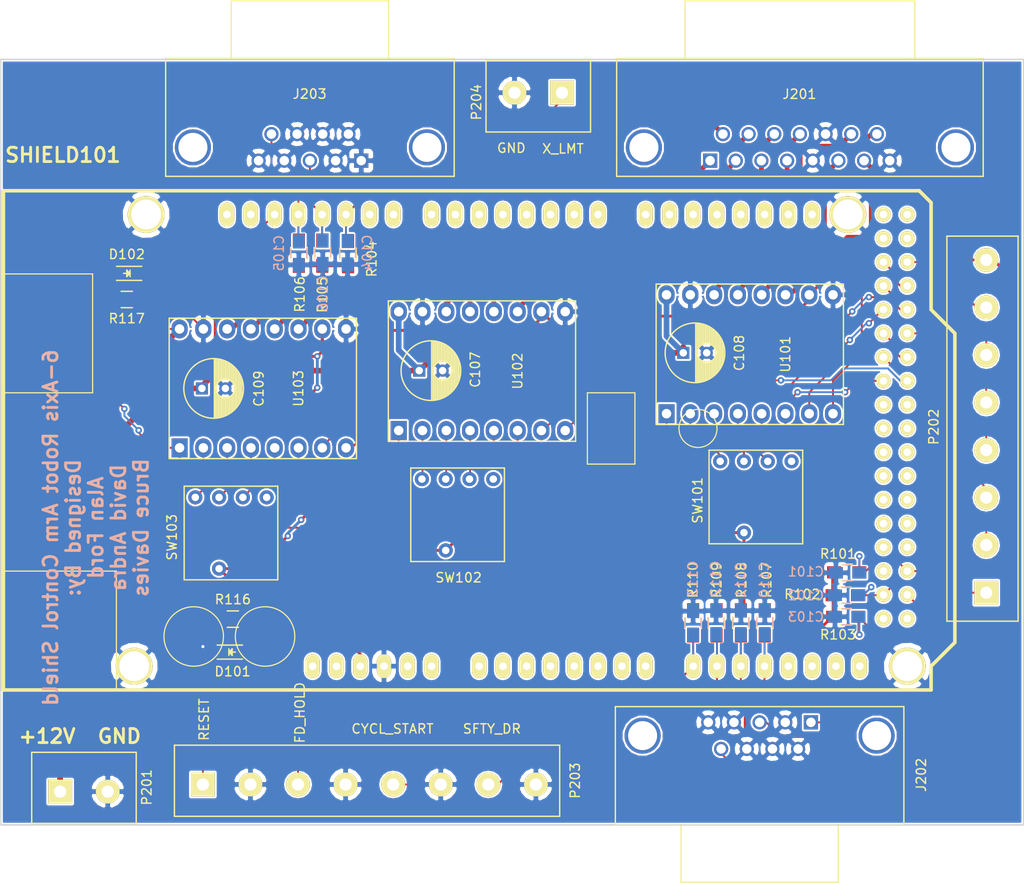
<source format=kicad_pcb>
(kicad_pcb (version 4) (host pcbnew 4.0.5)
  (layers (0 F.Cu signal) (31 B.Cu signal) (34 B.Paste user) (35 F.Paste user) (36 B.SilkS user) (37 F.SilkS user) (38 B.Mask user) (39 F.Mask user) (44 Edge.Cuts user))
  (net 0 "")
  (net 1 +12V)
  (net 2 GND)
  (net 3 +5V)
  (net 4 /~ENABLE)
  (net 5 /A1A)
  (net 6 /A1B)
  (net 7 /C2A)
  (net 8 /C2B)
  (net 9 /C1A)
  (net 10 /C1B)
  (net 11 /A2A)
  (net 12 /A2B)
  (net 13 /B1A)
  (net 14 /B1B)
  (net 15 /B2A)
  (net 16 /B2B)
  (net 17 /A-Step)
  (net 18 /B-Step)
  (net 19 /C-Step)
  (net 20 /A-Dir)
  (net 21 /B-Dir)
  (net 22 /C-Dir)
  (net 23 /A_LIMIT)
  (net 24 /X_LIMIT)
  (net 25 /B_LIMIT)
  (net 26 /Y_LIMIT)
  (net 27 /C_LIMIT)
  (net 28 /Z_LIMIT)
  (net 29 /CYCLE_START)
  (net 30 /FEED_HOLD)
  (net 31 /SAFETY_DOOR)
  (net 32 /RESET)
  (net 33 "Net-(D101-Pad2)")
  (net 34 "Net-(D102-Pad2)")
  (net 35 /~X-Step)
  (net 36 /~X-Dir)
  (net 37 /~Y-Step)
  (net 38 /~Y-Dir)
  (net 39 /~Z-Step)
  (net 40 /~Z-Dir)
  (net 41 "Net-(U101-Pad5)")
  (net 42 "Net-(U102-Pad5)")
  (net 43 "Net-(U103-Pad5)")
  (net 44 "Net-(SW101-Pad4)")
  (net 45 "Net-(SW101-Pad3)")
  (net 46 "Net-(SW101-Pad2)")
  (net 47 "Net-(SW102-Pad4)")
  (net 48 "Net-(SW102-Pad3)")
  (net 49 "Net-(SW102-Pad2)")
  (net 50 "Net-(SW103-Pad4)")
  (net 51 "Net-(SW103-Pad3)")
  (net 52 "Net-(SW103-Pad2)")
  (module Capacitors_SMD:C_0805_HandSoldering (layer B.Cu) (at 164.1 121.4 180)
    (fp_text reference C101 (at 4.461 0.115 180) (layer B.SilkS) (effects (justify mirror)))
    (fp_text value 0.1u)
    (pad 1 smd rect (at -1.25 0 180) (size 1.5 1.25) (layers B.Cu B.Paste B.Mask) (net 27 /C_LIMIT))
    (pad 2 smd rect (at 1.25 0 180) (size 1.5 1.25) (layers B.Cu B.Paste B.Mask) (net 2 GND))
  )
  (module Capacitors_SMD:C_0805_HandSoldering (layer B.Cu) (at 164 123.8 180)
    (fp_text reference C102 (at 4.361 -0.025 180) (layer B.SilkS) (effects (justify mirror)))
    (fp_text value 0.1u)
    (pad 1 smd rect (at -1.25 0 180) (size 1.5 1.25) (layers B.Cu B.Paste B.Mask) (net 25 /B_LIMIT))
    (pad 2 smd rect (at 1.25 0 180) (size 1.5 1.25) (layers B.Cu B.Paste B.Mask) (net 2 GND))
  )
  (module Capacitors_SMD:C_0805_HandSoldering (layer B.Cu) (at 164 126.1 180)
    (fp_text reference C103 (at 4.361 -0.011 180) (layer B.SilkS) (effects (justify mirror)))
    (fp_text value 0.1u)
    (pad 1 smd rect (at -1.25 0 180) (size 1.5 1.25) (layers B.Cu B.Paste B.Mask) (net 23 /A_LIMIT))
    (pad 2 smd rect (at 1.25 0 180) (size 1.5 1.25) (layers B.Cu B.Paste B.Mask) (net 2 GND))
  )
  (module Capacitors_SMD:C_0805_HandSoldering (layer B.Cu) (at 110.7 87.2 90)
    (fp_text reference C104 (at 0 2.1 90) (layer B.SilkS) (effects (justify mirror)))
    (fp_text value 0.1u)
    (pad 1 smd rect (at -1.25 0 90) (size 1.5 1.25) (layers B.Cu B.Paste B.Mask) (net 2 GND))
    (pad 2 smd rect (at 1.25 0 90) (size 1.5 1.25) (layers B.Cu B.Paste B.Mask) (net 24 /X_LIMIT))
  )
  (module Capacitors_SMD:C_0805_HandSoldering (layer B.Cu) (at 105.5 87.25 90)
    (fp_text reference C105 (at 0.001 -2.122 90) (layer B.SilkS) (effects (justify mirror)))
    (fp_text value 0.1u)
    (pad 1 smd rect (at -1.25 0 90) (size 1.5 1.25) (layers B.Cu B.Paste B.Mask) (net 2 GND))
    (pad 2 smd rect (at 1.25 0 90) (size 1.5 1.25) (layers B.Cu B.Paste B.Mask) (net 28 /Z_LIMIT))
  )
  (module Capacitors_SMD:C_0805_HandSoldering (layer B.Cu) (at 108.05 87.15 90)
    (fp_text reference C106 (at -4.417 0.027 90) (layer B.SilkS) (effects (justify mirror)))
    (fp_text value 0.1u)
    (pad 1 smd rect (at -1.25 0 90) (size 1.5 1.25) (layers B.Cu B.Paste B.Mask) (net 2 GND))
    (pad 2 smd rect (at 1.25 0 90) (size 1.5 1.25) (layers B.Cu B.Paste B.Mask) (net 26 /Y_LIMIT))
  )
  (module Capacitors_THT:C_Radial_D6.3_L11.2_P2.5 (layer F.Cu) (at 118.35 99.8)
    (fp_text reference C107 (at 5.983 -0.105 90) (layer F.SilkS))
    (fp_text value 100u)
    (pad 2 thru_hole circle (at 2.5 0) (size 1.3 1.3) (drill 0.8) (layers *.Cu *.Mask) (net 2 GND))
    (pad 1 thru_hole rect (at 0 0) (size 1.3 1.3) (drill 0.8) (layers *.Cu *.Mask) (net 1 +12V))
  )
  (module Capacitors_THT:C_Radial_D6.3_L11.2_P2.5 (layer F.Cu) (at 146.55 97.9)
    (fp_text reference C108 (at 5.977 0.017 90) (layer F.SilkS))
    (fp_text value 100u)
    (pad 2 thru_hole circle (at 2.5 0) (size 1.3 1.3) (drill 0.8) (layers *.Cu *.Mask) (net 2 GND))
    (pad 1 thru_hole rect (at 0 0) (size 1.3 1.3) (drill 0.8) (layers *.Cu *.Mask) (net 1 +12V))
  )
  (module Capacitors_THT:C_Radial_D6.3_L11.2_P2.5 (layer F.Cu) (at 95.15 101.7)
    (fp_text reference C109 (at 6.069 0.027 90) (layer F.SilkS))
    (fp_text value 100u)
    (pad 2 thru_hole circle (at 2.5 0) (size 1.3 1.3) (drill 0.8) (layers *.Cu *.Mask) (net 2 GND))
    (pad 1 thru_hole rect (at 0 0) (size 1.3 1.3) (drill 0.8) (layers *.Cu *.Mask) (net 1 +12V))
  )
  (module LEDs:LED_0805 (layer F.Cu) (at 98.378095 129.875)
    (fp_text reference D101 (at 0.046905 2.078) (layer F.SilkS))
    (fp_text value "G LED")
    (pad 2 smd rect (at 1.04902 0 180) (size 1.19888 1.19888) (layers F.Cu F.Paste F.Mask) (net 33 "Net-(D101-Pad2)"))
    (pad 1 smd rect (at -1.04902 0 180) (size 1.19888 1.19888) (layers F.Cu F.Paste F.Mask) (net 2 GND))
  )
  (module LEDs:LED_0805 (layer F.Cu) (at 87.122 89.408 180)
    (fp_text reference D102 (at 0 2.032 180) (layer F.SilkS))
    (fp_text value "R LED")
    (pad 2 smd rect (at 1.04902 0) (size 1.19888 1.19888) (layers F.Cu F.Paste F.Mask) (net 34 "Net-(D102-Pad2)"))
    (pad 1 smd rect (at -1.04902 0) (size 1.19888 1.19888) (layers F.Cu F.Paste F.Mask) (net 2 GND))
  )
  (module Resistors_SMD:R_0805_HandSoldering (layer F.Cu) (at 164 121.35)
    (fp_text reference R101 (at -0.932 -1.97) (layer F.SilkS))
    (fp_text value 4.7K)
    (pad 1 smd rect (at -1.35 0) (size 1.5 1.3) (layers F.Cu F.Paste F.Mask) (net 3 +5V))
    (pad 2 smd rect (at 1.35 0) (size 1.5 1.3) (layers F.Cu F.Paste F.Mask) (net 27 /C_LIMIT))
  )
  (module Resistors_SMD:R_0805_HandSoldering (layer F.Cu) (at 163.85 123.8)
    (fp_text reference R102 (at -4.592 -0.102) (layer F.SilkS))
    (fp_text value 4.7K)
    (pad 1 smd rect (at -1.35 0) (size 1.5 1.3) (layers F.Cu F.Paste F.Mask) (net 3 +5V))
    (pad 2 smd rect (at 1.35 0) (size 1.5 1.3) (layers F.Cu F.Paste F.Mask) (net 25 /B_LIMIT))
  )
  (module Resistors_SMD:R_0805_HandSoldering (layer F.Cu) (at 163.9 126.1)
    (fp_text reference R103 (at -0.832 1.916) (layer F.SilkS))
    (fp_text value 4.7K)
    (pad 1 smd rect (at -1.35 0) (size 1.5 1.3) (layers F.Cu F.Paste F.Mask) (net 3 +5V))
    (pad 2 smd rect (at 1.35 0) (size 1.5 1.3) (layers F.Cu F.Paste F.Mask) (net 23 /A_LIMIT))
  )
  (module Resistors_SMD:R_0805_HandSoldering (layer F.Cu) (at 110.75 87.3 90)
    (fp_text reference R104 (at -0.584 2.534 90) (layer F.SilkS))
    (fp_text value 4.7K)
    (pad 1 smd rect (at -1.35 0 90) (size 1.5 1.3) (layers F.Cu F.Paste F.Mask) (net 3 +5V))
    (pad 2 smd rect (at 1.35 0 90) (size 1.5 1.3) (layers F.Cu F.Paste F.Mask) (net 24 /X_LIMIT))
  )
  (module Resistors_SMD:R_0805_HandSoldering (layer F.Cu) (at 108 87.25 90)
    (fp_text reference R105 (at -4.45 0 90) (layer F.SilkS))
    (fp_text value 4.7K)
    (pad 1 smd rect (at -1.35 0 90) (size 1.5 1.3) (layers F.Cu F.Paste F.Mask) (net 3 +5V))
    (pad 2 smd rect (at 1.35 0 90) (size 1.5 1.3) (layers F.Cu F.Paste F.Mask) (net 26 /Y_LIMIT))
  )
  (module Resistors_SMD:R_0805_HandSoldering (layer F.Cu) (at 105.5 87.25 90)
    (fp_text reference R106 (at -4.4 0.1 90) (layer F.SilkS))
    (fp_text value 4.7K)
    (pad 1 smd rect (at -1.35 0 90) (size 1.5 1.3) (layers F.Cu F.Paste F.Mask) (net 3 +5V))
    (pad 2 smd rect (at 1.35 0 90) (size 1.5 1.3) (layers F.Cu F.Paste F.Mask) (net 28 /Z_LIMIT))
  )
  (module Resistors_SMD:R_0805_HandSoldering (layer F.Cu) (at 155.25 126.75 270)
    (fp_text reference R107 (at -4.576 -0.198 270) (layer F.SilkS))
    (fp_text value 4.7K)
    (pad 1 smd rect (at -1.35 0 270) (size 1.5 1.3) (layers F.Cu F.Paste F.Mask) (net 3 +5V))
    (pad 2 smd rect (at 1.35 0 270) (size 1.5 1.3) (layers F.Cu F.Paste F.Mask) (net 31 /SAFETY_DOOR))
  )
  (module Resistors_SMD:R_0805_HandSoldering (layer F.Cu) (at 152.7 126.75 270)
    (fp_text reference R108 (at -4.576 -0.081 270) (layer F.SilkS))
    (fp_text value 4.7K)
    (pad 1 smd rect (at -1.35 0 270) (size 1.5 1.3) (layers F.Cu F.Paste F.Mask) (net 3 +5V))
    (pad 2 smd rect (at 1.35 0 270) (size 1.5 1.3) (layers F.Cu F.Paste F.Mask) (net 29 /CYCLE_START))
  )
  (module Resistors_SMD:R_0805_HandSoldering (layer F.Cu) (at 150.1 126.75 270)
    (fp_text reference R109 (at -4.576 -0.014 270) (layer F.SilkS))
    (fp_text value 4.7K)
    (pad 1 smd rect (at -1.35 0 270) (size 1.5 1.3) (layers F.Cu F.Paste F.Mask) (net 3 +5V))
    (pad 2 smd rect (at 1.35 0 270) (size 1.5 1.3) (layers F.Cu F.Paste F.Mask) (net 30 /FEED_HOLD))
  )
  (module Resistors_SMD:R_0805_HandSoldering (layer F.Cu) (at 147.6 126.75 270)
    (fp_text reference R110 (at -4.576 0.026 270) (layer F.SilkS))
    (fp_text value 4.7K)
    (pad 1 smd rect (at -1.35 0 270) (size 1.5 1.3) (layers F.Cu F.Paste F.Mask) (net 3 +5V))
    (pad 2 smd rect (at 1.35 0 270) (size 1.5 1.3) (layers F.Cu F.Paste F.Mask) (net 32 /RESET))
  )
  (module Resistors_SMD:R_0805_HandSoldering (layer F.Cu) (at 98.45 126.35)
    (fp_text reference R116 (at 0 -2.1) (layer F.SilkS))
    (fp_text value 560R)
    (pad 1 smd rect (at -1.35 0) (size 1.5 1.3) (layers F.Cu F.Paste F.Mask) (net 3 +5V))
    (pad 2 smd rect (at 1.35 0) (size 1.5 1.3) (layers F.Cu F.Paste F.Mask) (net 33 "Net-(D101-Pad2)"))
  )
  (module Resistors_SMD:R_0805_HandSoldering (layer F.Cu) (at 87.122 92.202 180)
    (fp_text reference R117 (at 0 -2.032 180) (layer F.SilkS))
    (fp_text value 2K)
    (pad 1 smd rect (at -1.35 0 180) (size 1.5 1.3) (layers F.Cu F.Paste F.Mask) (net 1 +12V))
    (pad 2 smd rect (at 1.35 0 180) (size 1.5 1.3) (layers F.Cu F.Paste F.Mask) (net 34 "Net-(D102-Pad2)"))
  )
  (module arduino-shields:ARDUINO_MEGA_SHIELD (layer F.Cu) (at 73.95 133.9192)
    (fp_text reference SHIELD101 (at 6.35 -57.15) (layer F.SilkS) (effects (font (thickness 0.3048))))
    (fp_text value ARDUINO_MEGA_SHIELD hide)
    (pad 14 thru_hole oval (at 68.58 -50.8 90) (size 2.54 1.524) (drill 0.8128) (layers *.Cu *.Mask F.SilkS))
    (pad 15 thru_hole oval (at 71.12 -50.8 90) (size 2.54 1.524) (drill 0.8128) (layers *.Cu *.Mask F.SilkS))
    (pad 16 thru_hole oval (at 73.66 -50.8 90) (size 2.54 1.524) (drill 0.8128) (layers *.Cu *.Mask F.SilkS))
    (pad 17 thru_hole oval (at 76.2 -50.8 90) (size 2.54 1.524) (drill 0.8128) (layers *.Cu *.Mask F.SilkS))
    (pad 18 thru_hole oval (at 78.74 -50.8 90) (size 2.54 1.524) (drill 0.8128) (layers *.Cu *.Mask F.SilkS))
    (pad 19 thru_hole oval (at 81.28 -50.8 90) (size 2.54 1.524) (drill 0.8128) (layers *.Cu *.Mask F.SilkS))
    (pad 20 thru_hole oval (at 83.82 -50.8 90) (size 2.54 1.524) (drill 0.8128) (layers *.Cu *.Mask F.SilkS))
    (pad 21 thru_hole oval (at 86.36 -50.8 90) (size 2.54 1.524) (drill 0.8128) (layers *.Cu *.Mask F.SilkS))
    (pad AD15 thru_hole oval (at 91.44 -2.54 90) (size 2.54 1.524) (drill 0.8128) (layers *.Cu *.Mask F.SilkS))
    (pad AD14 thru_hole oval (at 88.9 -2.54 90) (size 2.54 1.524) (drill 0.8128) (layers *.Cu *.Mask F.SilkS))
    (pad AD13 thru_hole oval (at 86.36 -2.54 90) (size 2.54 1.524) (drill 0.8128) (layers *.Cu *.Mask F.SilkS))
    (pad AD12 thru_hole oval (at 83.82 -2.54 90) (size 2.54 1.524) (drill 0.8128) (layers *.Cu *.Mask F.SilkS))
    (pad AD8 thru_hole oval (at 73.66 -2.54 90) (size 2.54 1.524) (drill 0.8128) (layers *.Cu *.Mask F.SilkS) (net 32 /RESET))
    (pad AD7 thru_hole oval (at 68.58 -2.54 90) (size 2.54 1.524) (drill 0.8128) (layers *.Cu *.Mask F.SilkS))
    (pad AD6 thru_hole oval (at 66.04 -2.54 90) (size 2.54 1.524) (drill 0.8128) (layers *.Cu *.Mask F.SilkS))
    (pad AD9 thru_hole oval (at 76.2 -2.54 90) (size 2.54 1.524) (drill 0.8128) (layers *.Cu *.Mask F.SilkS) (net 30 /FEED_HOLD))
    (pad AD10 thru_hole oval (at 78.74 -2.54 90) (size 2.54 1.524) (drill 0.8128) (layers *.Cu *.Mask F.SilkS) (net 29 /CYCLE_START))
    (pad AD11 thru_hole oval (at 81.28 -2.54 90) (size 2.54 1.524) (drill 0.8128) (layers *.Cu *.Mask F.SilkS) (net 31 /SAFETY_DOOR))
    (pad AD5 thru_hole oval (at 63.5 -2.54 90) (size 2.54 1.524) (drill 0.8128) (layers *.Cu *.Mask F.SilkS))
    (pad AD4 thru_hole oval (at 60.96 -2.54 90) (size 2.54 1.524) (drill 0.8128) (layers *.Cu *.Mask F.SilkS))
    (pad AD3 thru_hole oval (at 58.42 -2.54 90) (size 2.54 1.524) (drill 0.8128) (layers *.Cu *.Mask F.SilkS))
    (pad AD0 thru_hole oval (at 50.8 -2.54 90) (size 2.54 1.524) (drill 0.8128) (layers *.Cu *.Mask F.SilkS))
    (pad AD1 thru_hole oval (at 53.34 -2.54 90) (size 2.54 1.524) (drill 0.8128) (layers *.Cu *.Mask F.SilkS))
    (pad AD2 thru_hole oval (at 55.88 -2.54 90) (size 2.54 1.524) (drill 0.8128) (layers *.Cu *.Mask F.SilkS))
    (pad V_IN thru_hole oval (at 45.72 -2.54 90) (size 2.54 1.524) (drill 0.8128) (layers *.Cu *.Mask F.SilkS))
    (pad GND2 thru_hole oval (at 43.18 -2.54 90) (size 2.54 1.524) (drill 0.8128) (layers *.Cu *.Mask F.SilkS))
    (pad GND1 thru_hole oval (at 40.64 -2.54 90) (size 2.54 1.524) (drill 0.8128) (layers *.Cu *.Mask F.SilkS) (net 2 GND))
    (pad 3V3 thru_hole oval (at 35.56 -2.54 90) (size 2.54 1.524) (drill 0.8128) (layers *.Cu *.Mask F.SilkS))
    (pad RST thru_hole oval (at 33.02 -2.54 90) (size 2.54 1.524) (drill 0.8128) (layers *.Cu *.Mask F.SilkS))
    (pad 0 thru_hole oval (at 63.5 -50.8 90) (size 2.54 1.524) (drill 0.8128) (layers *.Cu *.Mask F.SilkS))
    (pad 1 thru_hole oval (at 60.96 -50.8 90) (size 2.54 1.524) (drill 0.8128) (layers *.Cu *.Mask F.SilkS))
    (pad 2 thru_hole oval (at 58.42 -50.8 90) (size 2.54 1.524) (drill 0.8128) (layers *.Cu *.Mask F.SilkS))
    (pad 3 thru_hole oval (at 55.88 -50.8 90) (size 2.54 1.524) (drill 0.8128) (layers *.Cu *.Mask F.SilkS))
    (pad 4 thru_hole oval (at 53.34 -50.8 90) (size 2.54 1.524) (drill 0.8128) (layers *.Cu *.Mask F.SilkS))
    (pad 5 thru_hole oval (at 50.8 -50.8 90) (size 2.54 1.524) (drill 0.8128) (layers *.Cu *.Mask F.SilkS))
    (pad 6 thru_hole oval (at 48.26 -50.8 90) (size 2.54 1.524) (drill 0.8128) (layers *.Cu *.Mask F.SilkS))
    (pad 7 thru_hole oval (at 45.72 -50.8 90) (size 2.54 1.524) (drill 0.8128) (layers *.Cu *.Mask F.SilkS))
    (pad 8 thru_hole oval (at 41.656 -50.8 90) (size 2.54 1.524) (drill 0.8128) (layers *.Cu *.Mask F.SilkS))
    (pad 9 thru_hole oval (at 39.116 -50.8 90) (size 2.54 1.524) (drill 0.8128) (layers *.Cu *.Mask F.SilkS))
    (pad 10 thru_hole oval (at 36.576 -50.8 90) (size 2.54 1.524) (drill 0.8128) (layers *.Cu *.Mask F.SilkS) (net 24 /X_LIMIT))
    (pad 11 thru_hole oval (at 34.036 -50.8 90) (size 2.54 1.524) (drill 0.8128) (layers *.Cu *.Mask F.SilkS) (net 26 /Y_LIMIT))
    (pad 12 thru_hole oval (at 31.496 -50.8 90) (size 2.54 1.524) (drill 0.8128) (layers *.Cu *.Mask F.SilkS) (net 28 /Z_LIMIT))
    (pad 13 thru_hole oval (at 28.956 -50.8 90) (size 2.54 1.524) (drill 0.8128) (layers *.Cu *.Mask F.SilkS) (net 4 /~ENABLE))
    (pad GND3 thru_hole oval (at 26.416 -50.8 90) (size 2.54 1.524) (drill 0.8128) (layers *.Cu *.Mask F.SilkS))
    (pad AREF thru_hole oval (at 23.876 -50.8 90) (size 2.54 1.524) (drill 0.8128) (layers *.Cu *.Mask F.SilkS))
    (pad 5V thru_hole oval (at 38.1 -2.54 90) (size 2.54 1.524) (drill 0.8128) (layers *.Cu *.Mask F.SilkS) (net 3 +5V))
    (pad GND1 thru_hole circle (at 96.52 -2.54 90) (size 3.937 3.937) (drill 3.175) (layers *.Cu *.Mask F.SilkS) (net 2 GND))
    (pad GND1 thru_hole circle (at 90.17 -50.8 90) (size 3.937 3.937) (drill 3.175) (layers *.Cu *.Mask F.SilkS) (net 2 GND))
    (pad GND1 thru_hole circle (at 15.24 -50.8 90) (size 3.937 3.937) (drill 3.175) (layers *.Cu *.Mask F.SilkS) (net 2 GND))
    (pad GND1 thru_hole circle (at 13.97 -2.54 90) (size 3.937 3.937) (drill 3.175) (layers *.Cu *.Mask F.SilkS) (net 2 GND))
    (pad 22 thru_hole circle (at 93.98 -48.26) (size 1.524 1.524) (drill 0.8128) (layers *.Cu *.Mask F.SilkS))
    (pad 23 thru_hole circle (at 96.52 -48.26) (size 1.524 1.524) (drill 0.8128) (layers *.Cu *.Mask F.SilkS))
    (pad 24 thru_hole circle (at 93.98 -45.72) (size 1.524 1.524) (drill 0.8128) (layers *.Cu *.Mask F.SilkS) (net 35 /~X-Step))
    (pad 25 thru_hole circle (at 96.52 -45.72) (size 1.524 1.524) (drill 0.8128) (layers *.Cu *.Mask F.SilkS) (net 37 /~Y-Step))
    (pad 26 thru_hole circle (at 93.98 -43.18) (size 1.524 1.524) (drill 0.8128) (layers *.Cu *.Mask F.SilkS) (net 39 /~Z-Step))
    (pad 27 thru_hole circle (at 96.52 -43.18) (size 1.524 1.524) (drill 0.8128) (layers *.Cu *.Mask F.SilkS) (net 17 /A-Step))
    (pad 28 thru_hole circle (at 93.98 -40.64) (size 1.524 1.524) (drill 0.8128) (layers *.Cu *.Mask F.SilkS) (net 18 /B-Step))
    (pad 29 thru_hole circle (at 96.52 -40.64) (size 1.524 1.524) (drill 0.8128) (layers *.Cu *.Mask F.SilkS) (net 19 /C-Step))
    (pad 5V_4 thru_hole circle (at 93.98 -50.8) (size 1.524 1.524) (drill 0.8128) (layers *.Cu *.Mask F.SilkS))
    (pad 5V_5 thru_hole circle (at 96.52 -50.8) (size 1.524 1.524) (drill 0.8128) (layers *.Cu *.Mask F.SilkS))
    (pad 31 thru_hole circle (at 96.52 -38.1) (size 1.524 1.524) (drill 0.8128) (layers *.Cu *.Mask F.SilkS) (net 38 /~Y-Dir))
    (pad 30 thru_hole circle (at 93.98 -38.1) (size 1.524 1.524) (drill 0.8128) (layers *.Cu *.Mask F.SilkS) (net 36 /~X-Dir))
    (pad 32 thru_hole circle (at 93.98 -35.56) (size 1.524 1.524) (drill 0.8128) (layers *.Cu *.Mask F.SilkS) (net 40 /~Z-Dir))
    (pad 33 thru_hole circle (at 96.52 -35.56) (size 1.524 1.524) (drill 0.8128) (layers *.Cu *.Mask F.SilkS) (net 20 /A-Dir))
    (pad 34 thru_hole circle (at 93.98 -33.02) (size 1.524 1.524) (drill 0.8128) (layers *.Cu *.Mask F.SilkS) (net 21 /B-Dir))
    (pad 35 thru_hole circle (at 96.52 -33.02) (size 1.524 1.524) (drill 0.8128) (layers *.Cu *.Mask F.SilkS) (net 22 /C-Dir))
    (pad 36 thru_hole circle (at 93.98 -30.48) (size 1.524 1.524) (drill 0.8128) (layers *.Cu *.Mask F.SilkS))
    (pad 37 thru_hole circle (at 96.52 -30.48) (size 1.524 1.524) (drill 0.8128) (layers *.Cu *.Mask F.SilkS))
    (pad 38 thru_hole circle (at 93.98 -27.94) (size 1.524 1.524) (drill 0.8128) (layers *.Cu *.Mask F.SilkS))
    (pad 39 thru_hole circle (at 96.52 -27.94) (size 1.524 1.524) (drill 0.8128) (layers *.Cu *.Mask F.SilkS))
    (pad 40 thru_hole circle (at 93.98 -25.4) (size 1.524 1.524) (drill 0.8128) (layers *.Cu *.Mask F.SilkS))
    (pad 41 thru_hole circle (at 96.52 -25.4) (size 1.524 1.524) (drill 0.8128) (layers *.Cu *.Mask F.SilkS))
    (pad 42 thru_hole circle (at 93.98 -22.86) (size 1.524 1.524) (drill 0.8128) (layers *.Cu *.Mask F.SilkS))
    (pad 43 thru_hole circle (at 96.52 -22.86) (size 1.524 1.524) (drill 0.8128) (layers *.Cu *.Mask F.SilkS))
    (pad 44 thru_hole circle (at 93.98 -20.32) (size 1.524 1.524) (drill 0.8128) (layers *.Cu *.Mask F.SilkS))
    (pad 45 thru_hole circle (at 96.52 -20.32) (size 1.524 1.524) (drill 0.8128) (layers *.Cu *.Mask F.SilkS))
    (pad 46 thru_hole circle (at 93.98 -17.78) (size 1.524 1.524) (drill 0.8128) (layers *.Cu *.Mask F.SilkS))
    (pad 47 thru_hole circle (at 96.52 -17.78) (size 1.524 1.524) (drill 0.8128) (layers *.Cu *.Mask F.SilkS))
    (pad 48 thru_hole circle (at 93.98 -15.24) (size 1.524 1.524) (drill 0.8128) (layers *.Cu *.Mask F.SilkS))
    (pad 49 thru_hole circle (at 96.52 -15.24) (size 1.524 1.524) (drill 0.8128) (layers *.Cu *.Mask F.SilkS))
    (pad 50 thru_hole circle (at 93.98 -12.7) (size 1.524 1.524) (drill 0.8128) (layers *.Cu *.Mask F.SilkS))
    (pad 51 thru_hole circle (at 96.52 -12.7) (size 1.524 1.524) (drill 0.8128) (layers *.Cu *.Mask F.SilkS) (net 27 /C_LIMIT))
    (pad 52 thru_hole circle (at 93.98 -10.16) (size 1.524 1.524) (drill 0.8128) (layers *.Cu *.Mask F.SilkS) (net 25 /B_LIMIT))
    (pad 53 thru_hole circle (at 96.52 -10.16) (size 1.524 1.524) (drill 0.8128) (layers *.Cu *.Mask F.SilkS) (net 23 /A_LIMIT))
    (pad GND4 thru_hole circle (at 93.98 -7.62) (size 1.524 1.524) (drill 0.8128) (layers *.Cu *.Mask F.SilkS))
    (pad GND5 thru_hole circle (at 96.52 -7.62) (size 1.524 1.524) (drill 0.8128) (layers *.Cu *.Mask F.SilkS))
  )
  (module 6axis:A4988 (layer F.Cu) (at 153.65 98.05 90)
    (fp_text reference U101 (at 0 3.81 90) (layer F.SilkS))
    (fp_text value A4988)
    (pad 9 thru_hole oval (at 6.35 8.89 90) (size 2.032 1.7272) (drill 1.016) (layers *.Cu *.Mask) (net 2 GND))
    (pad 10 thru_hole oval (at 6.35 6.35 90) (size 2.032 1.7272) (drill 1.016) (layers *.Cu *.Mask) (net 3 +5V))
    (pad 11 thru_hole oval (at 6.35 3.81 90) (size 2.032 1.7272) (drill 1.016) (layers *.Cu *.Mask) (net 6 /A1B))
    (pad 12 thru_hole oval (at 6.35 1.27 90) (size 2.032 1.7272) (drill 1.016) (layers *.Cu *.Mask) (net 5 /A1A))
    (pad 13 thru_hole oval (at 6.35 -1.27 90) (size 2.032 1.7272) (drill 1.016) (layers *.Cu *.Mask) (net 11 /A2A))
    (pad 14 thru_hole oval (at 6.35 -3.81 90) (size 2.032 1.7272) (drill 1.016) (layers *.Cu *.Mask) (net 12 /A2B))
    (pad 15 thru_hole oval (at 6.35 -6.35 90) (size 2.032 1.7272) (drill 1.016) (layers *.Cu *.Mask) (net 2 GND))
    (pad 16 thru_hole oval (at 6.35 -8.89 90) (size 2.032 1.7272) (drill 1.016) (layers *.Cu *.Mask) (net 1 +12V))
    (pad 1 thru_hole rect (at -6.35 -8.89 90) (size 2.032 1.7272) (drill 1.016) (layers *.Cu *.Mask) (net 4 /~ENABLE))
    (pad 2 thru_hole oval (at -6.35 -6.35 90) (size 2.032 1.7272) (drill 1.016) (layers *.Cu *.Mask) (net 46 "Net-(SW101-Pad2)"))
    (pad 3 thru_hole oval (at -6.35 -3.81 90) (size 2.032 1.7272) (drill 1.016) (layers *.Cu *.Mask) (net 45 "Net-(SW101-Pad3)"))
    (pad 4 thru_hole oval (at -6.35 -1.27 90) (size 2.032 1.7272) (drill 1.016) (layers *.Cu *.Mask) (net 44 "Net-(SW101-Pad4)"))
    (pad 5 thru_hole oval (at -6.35 1.27 90) (size 2.032 1.7272) (drill 1.016) (layers *.Cu *.Mask) (net 41 "Net-(U101-Pad5)"))
    (pad 6 thru_hole oval (at -6.35 3.81 90) (size 2.032 1.7272) (drill 1.016) (layers *.Cu *.Mask) (net 41 "Net-(U101-Pad5)"))
    (pad 7 thru_hole oval (at -6.35 6.35 90) (size 2.032 1.7272) (drill 1.016) (layers *.Cu *.Mask) (net 17 /A-Step))
    (pad 8 thru_hole oval (at -6.35 8.89 90) (size 2.032 1.7272) (drill 1.016) (layers *.Cu *.Mask) (net 20 /A-Dir))
  )
  (module 6axis:A4988 (layer F.Cu) (at 125.05 99.85 90)
    (fp_text reference U102 (at 0 3.81 90) (layer F.SilkS))
    (fp_text value A4988)
    (pad 9 thru_hole oval (at 6.35 8.89 90) (size 2.032 1.7272) (drill 1.016) (layers *.Cu *.Mask) (net 2 GND))
    (pad 10 thru_hole oval (at 6.35 6.35 90) (size 2.032 1.7272) (drill 1.016) (layers *.Cu *.Mask) (net 3 +5V))
    (pad 11 thru_hole oval (at 6.35 3.81 90) (size 2.032 1.7272) (drill 1.016) (layers *.Cu *.Mask) (net 14 /B1B))
    (pad 12 thru_hole oval (at 6.35 1.27 90) (size 2.032 1.7272) (drill 1.016) (layers *.Cu *.Mask) (net 13 /B1A))
    (pad 13 thru_hole oval (at 6.35 -1.27 90) (size 2.032 1.7272) (drill 1.016) (layers *.Cu *.Mask) (net 15 /B2A))
    (pad 14 thru_hole oval (at 6.35 -3.81 90) (size 2.032 1.7272) (drill 1.016) (layers *.Cu *.Mask) (net 16 /B2B))
    (pad 15 thru_hole oval (at 6.35 -6.35 90) (size 2.032 1.7272) (drill 1.016) (layers *.Cu *.Mask) (net 2 GND))
    (pad 16 thru_hole oval (at 6.35 -8.89 90) (size 2.032 1.7272) (drill 1.016) (layers *.Cu *.Mask) (net 1 +12V))
    (pad 1 thru_hole rect (at -6.35 -8.89 90) (size 2.032 1.7272) (drill 1.016) (layers *.Cu *.Mask) (net 4 /~ENABLE))
    (pad 2 thru_hole oval (at -6.35 -6.35 90) (size 2.032 1.7272) (drill 1.016) (layers *.Cu *.Mask) (net 49 "Net-(SW102-Pad2)"))
    (pad 3 thru_hole oval (at -6.35 -3.81 90) (size 2.032 1.7272) (drill 1.016) (layers *.Cu *.Mask) (net 48 "Net-(SW102-Pad3)"))
    (pad 4 thru_hole oval (at -6.35 -1.27 90) (size 2.032 1.7272) (drill 1.016) (layers *.Cu *.Mask) (net 47 "Net-(SW102-Pad4)"))
    (pad 5 thru_hole oval (at -6.35 1.27 90) (size 2.032 1.7272) (drill 1.016) (layers *.Cu *.Mask) (net 42 "Net-(U102-Pad5)"))
    (pad 6 thru_hole oval (at -6.35 3.81 90) (size 2.032 1.7272) (drill 1.016) (layers *.Cu *.Mask) (net 42 "Net-(U102-Pad5)"))
    (pad 7 thru_hole oval (at -6.35 6.35 90) (size 2.032 1.7272) (drill 1.016) (layers *.Cu *.Mask) (net 18 /B-Step))
    (pad 8 thru_hole oval (at -6.35 8.89 90) (size 2.032 1.7272) (drill 1.016) (layers *.Cu *.Mask) (net 21 /B-Dir))
  )
  (module 6axis:A4988 (layer F.Cu) (at 101.65 101.7 90)
    (fp_text reference U103 (at 0 3.81 90) (layer F.SilkS))
    (fp_text value A4988)
    (pad 9 thru_hole oval (at 6.35 8.89 90) (size 2.032 1.7272) (drill 1.016) (layers *.Cu *.Mask) (net 2 GND))
    (pad 10 thru_hole oval (at 6.35 6.35 90) (size 2.032 1.7272) (drill 1.016) (layers *.Cu *.Mask) (net 3 +5V))
    (pad 11 thru_hole oval (at 6.35 3.81 90) (size 2.032 1.7272) (drill 1.016) (layers *.Cu *.Mask) (net 10 /C1B))
    (pad 12 thru_hole oval (at 6.35 1.27 90) (size 2.032 1.7272) (drill 1.016) (layers *.Cu *.Mask) (net 9 /C1A))
    (pad 13 thru_hole oval (at 6.35 -1.27 90) (size 2.032 1.7272) (drill 1.016) (layers *.Cu *.Mask) (net 7 /C2A))
    (pad 14 thru_hole oval (at 6.35 -3.81 90) (size 2.032 1.7272) (drill 1.016) (layers *.Cu *.Mask) (net 8 /C2B))
    (pad 15 thru_hole oval (at 6.35 -6.35 90) (size 2.032 1.7272) (drill 1.016) (layers *.Cu *.Mask) (net 2 GND))
    (pad 16 thru_hole oval (at 6.35 -8.89 90) (size 2.032 1.7272) (drill 1.016) (layers *.Cu *.Mask) (net 1 +12V))
    (pad 1 thru_hole rect (at -6.35 -8.89 90) (size 2.032 1.7272) (drill 1.016) (layers *.Cu *.Mask) (net 4 /~ENABLE))
    (pad 2 thru_hole oval (at -6.35 -6.35 90) (size 2.032 1.7272) (drill 1.016) (layers *.Cu *.Mask) (net 52 "Net-(SW103-Pad2)"))
    (pad 3 thru_hole oval (at -6.35 -3.81 90) (size 2.032 1.7272) (drill 1.016) (layers *.Cu *.Mask) (net 51 "Net-(SW103-Pad3)"))
    (pad 4 thru_hole oval (at -6.35 -1.27 90) (size 2.032 1.7272) (drill 1.016) (layers *.Cu *.Mask) (net 50 "Net-(SW103-Pad4)"))
    (pad 5 thru_hole oval (at -6.35 1.27 90) (size 2.032 1.7272) (drill 1.016) (layers *.Cu *.Mask) (net 43 "Net-(U103-Pad5)"))
    (pad 6 thru_hole oval (at -6.35 3.81 90) (size 2.032 1.7272) (drill 1.016) (layers *.Cu *.Mask) (net 43 "Net-(U103-Pad5)"))
    (pad 7 thru_hole oval (at -6.35 6.35 90) (size 2.032 1.7272) (drill 1.016) (layers *.Cu *.Mask) (net 19 /C-Step))
    (pad 8 thru_hole oval (at -6.35 8.89 90) (size 2.032 1.7272) (drill 1.016) (layers *.Cu *.Mask) (net 22 /C-Dir))
  )
  (module Capacitors_SMD:C_0805_HandSoldering (layer B.Cu) (at 155.25 126.7 90)
    (fp_text reference C110 (at 4.526 -0.056 90) (layer B.SilkS) (effects (justify mirror)))
    (fp_text value 0.1u)
    (pad 1 smd rect (at -1.25 0 90) (size 1.5 1.25) (layers B.Cu B.Paste B.Mask) (net 31 /SAFETY_DOOR))
    (pad 2 smd rect (at 1.25 0 90) (size 1.5 1.25) (layers B.Cu B.Paste B.Mask) (net 2 GND))
  )
  (module Capacitors_SMD:C_0805_HandSoldering (layer B.Cu) (at 152.7 126.7 90)
    (fp_text reference C111 (at 4.526 -0.046 90) (layer B.SilkS) (effects (justify mirror)))
    (fp_text value 0.1u)
    (pad 1 smd rect (at -1.25 0 90) (size 1.5 1.25) (layers B.Cu B.Paste B.Mask) (net 29 /CYCLE_START))
    (pad 2 smd rect (at 1.25 0 90) (size 1.5 1.25) (layers B.Cu B.Paste B.Mask) (net 2 GND))
  )
  (module Capacitors_SMD:C_0805_HandSoldering (layer B.Cu) (at 150.05 126.7 90)
    (fp_text reference C112 (at 4.653 -0.063 90) (layer B.SilkS) (effects (justify mirror)))
    (fp_text value 0.1u)
    (pad 1 smd rect (at -1.25 0 90) (size 1.5 1.25) (layers B.Cu B.Paste B.Mask) (net 30 /FEED_HOLD))
    (pad 2 smd rect (at 1.25 0 90) (size 1.5 1.25) (layers B.Cu B.Paste B.Mask) (net 2 GND))
  )
  (module Capacitors_SMD:C_0805_HandSoldering (layer B.Cu) (at 147.6 126.75 90)
    (fp_text reference C113 (at 4.703 -0.026 90) (layer B.SilkS) (effects (justify mirror)))
    (fp_text value 0.1u)
    (pad 1 smd rect (at -1.25 0 90) (size 1.5 1.25) (layers B.Cu B.Paste B.Mask) (net 32 /RESET))
    (pad 2 smd rect (at 1.25 0 90) (size 1.5 1.25) (layers B.Cu B.Paste B.Mask) (net 2 GND))
  )
  (module 6axis:Terminal_Block_200_mil_8pos (layer F.Cu) (at 178.9 105.75 90)
    (fp_text reference P202 (at -0.0635 -5.6007 90) (layer F.SilkS))
    (fp_text value CONN_01X08 hide)
    (pad 8 thru_hole oval (at 17.78 0 90) (size 2.54 2.54) (drill 1.30048) (layers *.Cu *.Mask F.SilkS) (net 3 +5V))
    (pad 7 thru_hole oval (at 12.7 0 90) (size 2.54 2.54) (drill 1.30048) (layers *.Cu *.Mask F.SilkS) (net 37 /~Y-Step))
    (pad 6 thru_hole oval (at 7.62 0 90) (size 2.54 2.54) (drill 1.30048) (layers *.Cu *.Mask F.SilkS) (net 35 /~X-Step))
    (pad 5 thru_hole oval (at 2.54 0 90) (size 2.54 2.54) (drill 1.30048) (layers *.Cu *.Mask F.SilkS) (net 39 /~Z-Step))
    (pad 4 thru_hole oval (at -2.54 0 90) (size 2.54 2.54) (drill 1.30048) (layers *.Cu *.Mask F.SilkS) (net 38 /~Y-Dir))
    (pad 3 thru_hole oval (at -7.62 0 90) (size 2.54 2.54) (drill 1.30048) (layers *.Cu *.Mask F.SilkS) (net 36 /~X-Dir))
    (pad 1 thru_hole rect (at -17.78 0 90) (size 2.54 2.54) (drill 1.30048) (layers *.Cu *.Mask F.SilkS) (net 4 /~ENABLE))
    (pad 2 thru_hole oval (at -12.7 0 90) (size 2.54 2.54) (drill 1.30048) (layers *.Cu *.Mask F.SilkS) (net 40 /~Z-Dir))
  )
  (module 6axis:Terminal_Block_200_mil_8pos (layer F.Cu) (at 113.03 144.018)
    (fp_text reference P203 (at 21.971 -0.4064 90) (layer F.SilkS))
    (fp_text value CONN_01X08 hide)
    (pad 8 thru_hole oval (at 17.78 0) (size 2.54 2.54) (drill 1.30048) (layers *.Cu *.Mask F.SilkS) (net 2 GND))
    (pad 7 thru_hole oval (at 12.7 0) (size 2.54 2.54) (drill 1.30048) (layers *.Cu *.Mask F.SilkS) (net 31 /SAFETY_DOOR))
    (pad 6 thru_hole oval (at 7.62 0) (size 2.54 2.54) (drill 1.30048) (layers *.Cu *.Mask F.SilkS) (net 2 GND))
    (pad 5 thru_hole oval (at 2.54 0) (size 2.54 2.54) (drill 1.30048) (layers *.Cu *.Mask F.SilkS) (net 29 /CYCLE_START))
    (pad 4 thru_hole oval (at -2.54 0) (size 2.54 2.54) (drill 1.30048) (layers *.Cu *.Mask F.SilkS) (net 2 GND))
    (pad 3 thru_hole oval (at -7.62 0) (size 2.54 2.54) (drill 1.30048) (layers *.Cu *.Mask F.SilkS) (net 30 /FEED_HOLD))
    (pad 1 thru_hole rect (at -17.78 0) (size 2.54 2.54) (drill 1.30048) (layers *.Cu *.Mask F.SilkS) (net 32 /RESET))
    (pad 2 thru_hole oval (at -12.7 0) (size 2.54 2.54) (drill 1.30048) (layers *.Cu *.Mask F.SilkS) (net 2 GND))
  )
  (module 6axis:S-1010A (layer F.Cu) (at 154.3 113.3 180)
    (fp_text reference SW101 (at 6.218 -0.365 270) (layer F.SilkS))
    (fp_text value SW_Coded)
    (pad 4 thru_hole circle (at -1.27 3.81 180) (size 1.524 1.524) (drill 0.8) (layers *.Cu *.Mask) (net 44 "Net-(SW101-Pad4)"))
    (pad 3 thru_hole circle (at 1.27 3.81 180) (size 1.524 1.524) (drill 0.8) (layers *.Cu *.Mask) (net 45 "Net-(SW101-Pad3)"))
    (pad 2 thru_hole circle (at 3.81 3.81 180) (size 1.524 1.524) (drill 0.8) (layers *.Cu *.Mask) (net 46 "Net-(SW101-Pad2)"))
    (pad 5 thru_hole circle (at -3.81 3.81 180) (size 1.524 1.524) (drill 0.8) (layers *.Cu *.Mask))
    (pad 1 thru_hole circle (at 1.27 -3.81 180) (size 1.524 1.524) (drill 0.8) (layers *.Cu *.Mask) (net 3 +5V))
  )
  (module 6axis:S-1010A (layer F.Cu) (at 122.45 115.2 180)
    (fp_text reference SW102 (at -0.105 -6.72 180) (layer F.SilkS))
    (fp_text value SW_Coded)
    (pad 4 thru_hole circle (at -1.27 3.81 180) (size 1.524 1.524) (drill 0.8) (layers *.Cu *.Mask) (net 47 "Net-(SW102-Pad4)"))
    (pad 3 thru_hole circle (at 1.27 3.81 180) (size 1.524 1.524) (drill 0.8) (layers *.Cu *.Mask) (net 48 "Net-(SW102-Pad3)"))
    (pad 2 thru_hole circle (at 3.81 3.81 180) (size 1.524 1.524) (drill 0.8) (layers *.Cu *.Mask) (net 49 "Net-(SW102-Pad2)"))
    (pad 5 thru_hole circle (at -3.81 3.81 180) (size 1.524 1.524) (drill 0.8) (layers *.Cu *.Mask))
    (pad 1 thru_hole circle (at 1.27 -3.81 180) (size 1.524 1.524) (drill 0.8) (layers *.Cu *.Mask) (net 3 +5V))
  )
  (module 6axis:S-1010A (layer F.Cu) (at 98.25 117.15 180)
    (fp_text reference SW103 (at 6.302 -0.452 270) (layer F.SilkS))
    (fp_text value SW_Coded)
    (pad 4 thru_hole circle (at -1.27 3.81 180) (size 1.524 1.524) (drill 0.8) (layers *.Cu *.Mask) (net 50 "Net-(SW103-Pad4)"))
    (pad 3 thru_hole circle (at 1.27 3.81 180) (size 1.524 1.524) (drill 0.8) (layers *.Cu *.Mask) (net 51 "Net-(SW103-Pad3)"))
    (pad 2 thru_hole circle (at 3.81 3.81 180) (size 1.524 1.524) (drill 0.8) (layers *.Cu *.Mask) (net 52 "Net-(SW103-Pad2)"))
    (pad 5 thru_hole circle (at -3.81 3.81 180) (size 1.524 1.524) (drill 0.8) (layers *.Cu *.Mask))
    (pad 1 thru_hole circle (at 1.27 -3.81 180) (size 1.524 1.524) (drill 0.8) (layers *.Cu *.Mask) (net 3 +5V))
  )
  (module 6axis:Terminal_Block_200_mil (layer F.Cu) (at 82.55 144.78)
    (fp_text reference P201 (at 6.7056 -0.4572 90) (layer F.SilkS))
    (fp_text value CONN_01X02 hide)
    (pad 1 thru_hole rect (at -2.54 0) (size 2.54 2.54) (drill 1.30048) (layers *.Cu *.Mask F.SilkS) (net 1 +12V))
    (pad 2 thru_hole oval (at 2.54 0) (size 2.54 2.54) (drill 1.30048) (layers *.Cu *.Mask F.SilkS) (net 2 GND))
  )
  (module 6axis:Terminal_Block_200_mil (layer F.Cu) (at 131.064 70.104 180)
    (fp_text reference P204 (at 6.604 -1.016 270) (layer F.SilkS))
    (fp_text value CONN_01X02 hide)
    (pad 1 thru_hole rect (at -2.54 0 180) (size 2.54 2.54) (drill 1.30048) (layers *.Cu *.Mask F.SilkS) (net 24 /X_LIMIT))
    (pad 2 thru_hole oval (at 2.54 0 180) (size 2.54 2.54) (drill 1.30048) (layers *.Cu *.Mask F.SilkS) (net 2 GND))
  )
  (module 6axis:D15S33E4GV00LF (layer F.Cu) (at 159.004 75.946)
    (fp_text reference J201 (at -0.05334 -5.68706) (layer F.SilkS))
    (fp_text value DB15)
    (pad "" thru_hole circle (at 16.66 0) (size 3.862 3.862) (drill 3.1) (layers *.Cu *.Mask))
    (pad "" thru_hole circle (at -16.66 0) (size 3.862 3.862) (drill 3.1) (layers *.Cu *.Mask))
    (pad 1 thru_hole rect (at -9.59 1.42) (size 1.524 1.524) (drill 1.016) (layers *.Cu *.Mask) (net 9 /C1A))
    (pad 2 thru_hole circle (at -6.85 1.42) (size 1.524 1.524) (drill 1.016) (layers *.Cu *.Mask) (net 10 /C1B))
    (pad 3 thru_hole circle (at -4.11 1.42) (size 1.524 1.524) (drill 1.016) (layers *.Cu *.Mask) (net 15 /B2A))
    (pad 4 thru_hole circle (at -1.37 1.42) (size 1.524 1.524) (drill 1.016) (layers *.Cu *.Mask) (net 14 /B1B))
    (pad 5 thru_hole circle (at 1.37 1.42) (size 1.524 1.524) (drill 1.016) (layers *.Cu *.Mask) (net 2 GND))
    (pad 6 thru_hole circle (at 4.11 1.42) (size 1.524 1.524) (drill 1.016) (layers *.Cu *.Mask) (net 11 /A2A))
    (pad 7 thru_hole circle (at 6.85 1.42) (size 1.524 1.524) (drill 1.016) (layers *.Cu *.Mask) (net 6 /A1B))
    (pad 8 thru_hole circle (at 9.59 1.42) (size 1.524 1.524) (drill 1.016) (layers *.Cu *.Mask) (net 2 GND))
    (pad 9 thru_hole circle (at -8.22 -1.42) (size 1.524 1.524) (drill 1.016) (layers *.Cu *.Mask) (net 8 /C2B))
    (pad 10 thru_hole circle (at -5.48 -1.42) (size 1.524 1.524) (drill 1.016) (layers *.Cu *.Mask) (net 7 /C2A))
    (pad 11 thru_hole circle (at -2.74 -1.42) (size 1.524 1.524) (drill 1.016) (layers *.Cu *.Mask) (net 16 /B2B))
    (pad 12 thru_hole circle (at 0 -1.42) (size 1.524 1.524) (drill 1.016) (layers *.Cu *.Mask) (net 13 /B1A))
    (pad 13 thru_hole circle (at 2.74 -1.42) (size 1.524 1.524) (drill 1.016) (layers *.Cu *.Mask) (net 2 GND))
    (pad 14 thru_hole circle (at 5.48 -1.42) (size 1.524 1.524) (drill 1.016) (layers *.Cu *.Mask) (net 12 /A2B))
    (pad 15 thru_hole circle (at 8.22 -1.42) (size 1.524 1.524) (drill 1.016) (layers *.Cu *.Mask) (net 5 /A1A))
  )
  (module 6axis:LD09S33E4GV00LF (layer F.Cu) (at 154.7 138.8 180)
    (fp_text reference J202 (at -17.258 -4.202 270) (layer F.SilkS))
    (fp_text value DB9)
    (pad "" thru_hole circle (at 12.495 0 180) (size 3.862 3.862) (drill 3.1) (layers *.Cu *.Mask))
    (pad "" thru_hole circle (at -12.495 0 180) (size 3.862 3.862) (drill 3.1) (layers *.Cu *.Mask))
    (pad 1 thru_hole rect (at -5.48 1.42 180) (size 1.524 1.524) (drill 1.016) (layers *.Cu *.Mask) (net 23 /A_LIMIT))
    (pad 2 thru_hole circle (at -2.74 1.42 180) (size 1.524 1.524) (drill 1.016) (layers *.Cu *.Mask) (net 2 GND))
    (pad 3 thru_hole circle (at 0 1.42 180) (size 1.524 1.524) (drill 1.016) (layers *.Cu *.Mask) (net 25 /B_LIMIT))
    (pad 4 thru_hole circle (at 2.74 1.42 180) (size 1.524 1.524) (drill 1.016) (layers *.Cu *.Mask) (net 2 GND))
    (pad 5 thru_hole circle (at 5.48 1.42 180) (size 1.524 1.524) (drill 1.016) (layers *.Cu *.Mask) (net 2 GND))
    (pad 6 thru_hole circle (at -4.11 -1.42 180) (size 1.524 1.524) (drill 1.016) (layers *.Cu *.Mask) (net 2 GND))
    (pad 7 thru_hole circle (at -1.37 -1.42 180) (size 1.524 1.524) (drill 1.016) (layers *.Cu *.Mask) (net 2 GND))
    (pad 8 thru_hole circle (at 1.37 -1.42 180) (size 1.524 1.524) (drill 1.016) (layers *.Cu *.Mask) (net 2 GND))
    (pad 9 thru_hole circle (at 4.11 -1.42 180) (size 1.524 1.524) (drill 1.016) (layers *.Cu *.Mask) (net 27 /C_LIMIT))
  )
  (module 6axis:LD09P33E4GV00LF (layer F.Cu) (at 106.68 75.946)
    (fp_text reference J203 (at -0.02794 -5.70484) (layer F.SilkS))
    (fp_text value DB9)
    (pad "" thru_hole circle (at 12.495 0) (size 3.862 3.862) (drill 3.1) (layers *.Cu *.Mask))
    (pad "" thru_hole circle (at -12.495 0) (size 3.862 3.862) (drill 3.1) (layers *.Cu *.Mask))
    (pad 1 thru_hole rect (at 5.48 1.42) (size 1.524 1.524) (drill 1.016) (layers *.Cu *.Mask) (net 2 GND))
    (pad 2 thru_hole circle (at 2.74 1.42) (size 1.524 1.524) (drill 1.016) (layers *.Cu *.Mask) (net 2 GND))
    (pad 3 thru_hole circle (at 0 1.42) (size 1.524 1.524) (drill 1.016) (layers *.Cu *.Mask) (net 26 /Y_LIMIT))
    (pad 4 thru_hole circle (at -2.74 1.42) (size 1.524 1.524) (drill 1.016) (layers *.Cu *.Mask) (net 2 GND))
    (pad 5 thru_hole circle (at -5.48 1.42) (size 1.524 1.524) (drill 1.016) (layers *.Cu *.Mask) (net 2 GND))
    (pad 9 thru_hole circle (at -4.11 -1.42) (size 1.524 1.524) (drill 1.016) (layers *.Cu *.Mask) (net 28 /Z_LIMIT))
    (pad 8 thru_hole circle (at -1.37 -1.42) (size 1.524 1.524) (drill 1.016) (layers *.Cu *.Mask) (net 2 GND))
    (pad 7 thru_hole circle (at 1.37 -1.42) (size 1.524 1.524) (drill 1.016) (layers *.Cu *.Mask) (net 2 GND))
    (pad 6 thru_hole circle (at 4.11 -1.42) (size 1.524 1.524) (drill 1.016) (layers *.Cu *.Mask) (net 2 GND))
  )
  (gr_text "6-Axis Robot Arm Control Shield\nDesigned By:\nAlan Ford\nDavid Andra\nBruce Davies\n" (at 83.82 116.586 90) (layer B.SilkS) (effects (font (size 1.5 1.5) (thickness 0.3)) (justify mirror)))
  (gr_text GND (at 128.1938 76.0222) (layer F.SilkS) (effects (font (size 1 1))))
  (gr_text X_LMT (at 133.7056 76.0984) (layer F.SilkS) (effects (font (size 1 1))))
  (gr_text SFTY_DR (at 126.111 138.0744) (layer F.SilkS) (effects (font (size 1 1))))
  (gr_text CYCL_START (at 115.4938 138.0744) (layer F.SilkS) (effects (font (size 1 1))))
  (gr_text FD_HOLD (at 105.6132 136.3472 90) (layer F.SilkS) (effects (font (size 1 1))))
  (gr_text RESET (at 95.377 137.0838 90) (layer F.SilkS) (effects (font (size 1 1))))
  (gr_text GND (at 86.3346 138.8618) (layer F.SilkS) (effects (font (size 1.5 1.5) (thickness 0.3))))
  (gr_text +12V (at 78.613 138.8618) (layer F.SilkS) (effects (font (size 1.5 1.5) (thickness 0.3))))
  (gr_line (start 182.88 66.548) (end 73.66 66.548) (angle 90) (layer Edge.Cuts) (width 0.15))
  (gr_line (start 182.88 148.336) (end 182.88 66.548) (angle 90) (layer Edge.Cuts) (width 0.15))
  (gr_line (start 73.66 148.336) (end 182.88 148.336) (angle 90) (layer Edge.Cuts) (width 0.15))
  (gr_line (start 73.66 66.548) (end 73.66 148.336) (angle 90) (layer Edge.Cuts) (width 0.15))
  (segment (start 116.16 93.5) (end 116.16 97.61) (width 0.6096) (layer B.Cu) (net 1))
  (segment (start 116.16 97.61) (end 118.35 99.8) (width 0.6096) (layer B.Cu) (net 1))
  (segment (start 144.76 91.7) (end 144.76 96.11) (width 0.6096) (layer B.Cu) (net 1))
  (segment (start 144.76 96.11) (end 146.55 97.9) (width 0.6096) (layer B.Cu) (net 1))
  (segment (start 146.55 97.9) (end 146.55 97.274) (width 0.6096) (layer F.Cu) (net 1))
  (segment (start 118.35 99.8) (end 118.342 99.8) (width 0.6096) (layer F.Cu) (net 1))
  (segment (start 92.76 95.35) (end 91.62 95.35) (width 0.2032) (layer F.Cu) (net 1))
  (segment (start 91.62 95.35) (end 88.472 92.202) (width 0.2032) (layer F.Cu) (net 1))
  (segment (start 91.186 101.7) (end 91.186 96.924) (width 0.6096) (layer F.Cu) (net 1))
  (segment (start 91.186 96.924) (end 92.76 95.35) (width 0.6096) (layer F.Cu) (net 1))
  (segment (start 118.35 99.8) (end 118.386 99.8) (width 0.6096) (layer F.Cu) (net 1))
  (segment (start 118.386 99.8) (end 120.286 97.9) (width 0.6096) (layer F.Cu) (net 1))
  (segment (start 120.286 97.9) (end 146.55 97.9) (width 0.6096) (layer F.Cu) (net 1))
  (segment (start 95.15 101.7) (end 95.15 101.446) (width 0.6096) (layer F.Cu) (net 1))
  (segment (start 95.15 101.446) (end 96.796 99.8) (width 0.6096) (layer F.Cu) (net 1))
  (segment (start 96.796 99.8) (end 118.35 99.8) (width 0.6096) (layer F.Cu) (net 1))
  (segment (start 80.01 144.78) (end 80.01 112.776) (width 0.6096) (layer F.Cu) (net 1))
  (segment (start 91.086 101.7) (end 91.186 101.7) (width 0.6096) (layer F.Cu) (net 1))
  (segment (start 91.186 101.7) (end 95.15 101.7) (width 0.6096) (layer F.Cu) (net 1))
  (segment (start 80.01 112.776) (end 91.086 101.7) (width 0.6096) (layer F.Cu) (net 1))
  (segment (start 97.329075 129.875) (end 95.839 129.875) (width 0.2032) (layer F.Cu) (net 2))
  (via (at 95.25 129.286) (size 0.6858) (drill 0.3302) (layers F.Cu B.Cu) (net 2))
  (segment (start 95.839 129.875) (end 95.25 129.286) (width 0.2032) (layer F.Cu) (net 2))
  (segment (start 88.17102 89.408) (end 89.358 89.408) (width 0.2032) (layer F.Cu) (net 2))
  (segment (start 89.358 89.408) (end 95.3 95.35) (width 0.2032) (layer F.Cu) (net 2))
  (segment (start 107.4674 98.2726) (end 98.1456 98.2726) (width 0.3048) (layer F.Cu) (net 3))
  (segment (start 102.3826 88.6) (end 105.5 88.6) (width 0.3048) (layer F.Cu) (net 3))
  (segment (start 96.5708 94.4118) (end 102.3826 88.6) (width 0.3048) (layer F.Cu) (net 3))
  (segment (start 96.5708 96.6978) (end 96.5708 94.4118) (width 0.3048) (layer F.Cu) (net 3))
  (segment (start 98.1456 98.2726) (end 96.5708 96.6978) (width 0.3048) (layer F.Cu) (net 3))
  (segment (start 108 95.35) (end 108 97.74) (width 0.3048) (layer F.Cu) (net 3))
  (segment (start 100.8328 120.96) (end 96.98 120.96) (width 0.3048) (layer F.Cu) (net 3))
  (segment (start 104.3178 117.475) (end 100.8328 120.96) (width 0.3048) (layer F.Cu) (net 3))
  (via (at 104.3178 117.475) (size 0.6858) (drill 0.3302) (layers F.Cu B.Cu) (net 3))
  (segment (start 104.3178 117.1702) (end 104.3178 117.475) (width 0.3048) (layer B.Cu) (net 3))
  (segment (start 105.7402 115.7478) (end 104.3178 117.1702) (width 0.3048) (layer B.Cu) (net 3))
  (via (at 105.7402 115.7478) (size 0.6858) (drill 0.3302) (layers F.Cu B.Cu) (net 3))
  (segment (start 106.7308 114.7572) (end 105.7402 115.7478) (width 0.3048) (layer F.Cu) (net 3))
  (segment (start 106.7308 102.362) (end 106.7308 114.7572) (width 0.3048) (layer F.Cu) (net 3))
  (segment (start 107.4674 101.6254) (end 106.7308 102.362) (width 0.3048) (layer F.Cu) (net 3))
  (via (at 107.4674 101.6254) (size 0.6858) (drill 0.3302) (layers F.Cu B.Cu) (net 3))
  (segment (start 107.4674 98.2726) (end 107.4674 101.6254) (width 0.3048) (layer B.Cu) (net 3))
  (via (at 107.4674 98.2726) (size 0.6858) (drill 0.3302) (layers F.Cu B.Cu) (net 3))
  (segment (start 108 97.74) (end 107.4674 98.2726) (width 0.3048) (layer F.Cu) (net 3))
  (segment (start 162.5 123.8) (end 162.5 121.5) (width 0.3048) (layer F.Cu) (net 3))
  (segment (start 162.5 121.5) (end 162.65 121.35) (width 0.3048) (layer F.Cu) (net 3))
  (segment (start 162.55 126.1) (end 162.55 123.85) (width 0.3048) (layer F.Cu) (net 3))
  (segment (start 162.55 123.85) (end 162.5 123.8) (width 0.3048) (layer F.Cu) (net 3))
  (segment (start 108 88.6) (end 105.5 88.6) (width 0.3048) (layer F.Cu) (net 3))
  (segment (start 108 88.6) (end 110.7 88.6) (width 0.3048) (layer F.Cu) (net 3))
  (segment (start 110.7 88.6) (end 110.75 88.65) (width 0.3048) (layer F.Cu) (net 3))
  (segment (start 131.4 93.5) (end 131.4 94.152) (width 0.3048) (layer F.Cu) (net 3))
  (segment (start 131.4 94.152) (end 130.048 95.504) (width 0.3048) (layer F.Cu) (net 3))
  (segment (start 108 96.57) (end 108 95.35) (width 0.3048) (layer F.Cu) (net 3))
  (segment (start 108.966 97.536) (end 108 96.57) (width 0.3048) (layer F.Cu) (net 3))
  (segment (start 112.014 97.536) (end 108.966 97.536) (width 0.3048) (layer F.Cu) (net 3))
  (segment (start 114.046 95.504) (end 112.014 97.536) (width 0.3048) (layer F.Cu) (net 3))
  (segment (start 130.048 95.504) (end 114.046 95.504) (width 0.3048) (layer F.Cu) (net 3))
  (segment (start 160 91.7) (end 160 92.222) (width 0.3048) (layer F.Cu) (net 3))
  (segment (start 160 92.222) (end 158.242 93.98) (width 0.3048) (layer F.Cu) (net 3))
  (segment (start 133.658 95.758) (end 131.4 93.5) (width 0.3048) (layer F.Cu) (net 3))
  (segment (start 135.128 95.758) (end 133.658 95.758) (width 0.3048) (layer F.Cu) (net 3))
  (segment (start 136.906 93.98) (end 135.128 95.758) (width 0.3048) (layer F.Cu) (net 3))
  (segment (start 158.242 93.98) (end 136.906 93.98) (width 0.3048) (layer F.Cu) (net 3))
  (segment (start 178.9 87.97) (end 174.584 87.97) (width 0.3048) (layer F.Cu) (net 3))
  (segment (start 164.832 86.868) (end 160 91.7) (width 0.3048) (layer F.Cu) (net 3))
  (segment (start 173.482 86.868) (end 164.832 86.868) (width 0.3048) (layer F.Cu) (net 3))
  (segment (start 174.584 87.97) (end 173.482 86.868) (width 0.3048) (layer F.Cu) (net 3))
  (segment (start 162.55 126.1) (end 162.444 126.1) (width 0.3048) (layer F.Cu) (net 3))
  (segment (start 162.444 126.1) (end 159.004 129.54) (width 0.3048) (layer F.Cu) (net 3))
  (segment (start 181.356 89.662) (end 179.664 87.97) (width 0.3048) (layer F.Cu) (net 3))
  (segment (start 181.356 134.366) (end 181.356 89.662) (width 0.3048) (layer F.Cu) (net 3))
  (segment (start 170.688 145.034) (end 181.356 134.366) (width 0.3048) (layer F.Cu) (net 3))
  (segment (start 150.114 145.034) (end 170.688 145.034) (width 0.3048) (layer F.Cu) (net 3))
  (segment (start 147.574 142.494) (end 150.114 145.034) (width 0.3048) (layer F.Cu) (net 3))
  (segment (start 147.574 140.97) (end 147.574 142.494) (width 0.3048) (layer F.Cu) (net 3))
  (segment (start 149.606 138.938) (end 147.574 140.97) (width 0.3048) (layer F.Cu) (net 3))
  (segment (start 152.4 138.938) (end 149.606 138.938) (width 0.3048) (layer F.Cu) (net 3))
  (segment (start 153.162 138.176) (end 152.4 138.938) (width 0.3048) (layer F.Cu) (net 3))
  (segment (start 153.162 136.906) (end 153.162 138.176) (width 0.3048) (layer F.Cu) (net 3))
  (segment (start 154.178 135.89) (end 153.162 136.906) (width 0.3048) (layer F.Cu) (net 3))
  (segment (start 156.718 135.89) (end 154.178 135.89) (width 0.3048) (layer F.Cu) (net 3))
  (segment (start 159.004 133.604) (end 156.718 135.89) (width 0.3048) (layer F.Cu) (net 3))
  (segment (start 159.004 129.54) (end 159.004 133.604) (width 0.3048) (layer F.Cu) (net 3))
  (segment (start 179.664 87.97) (end 178.9 87.97) (width 0.3048) (layer F.Cu) (net 3))
  (segment (start 162.5 121.5) (end 162.65 121.35) (width 0.2032) (layer F.Cu) (net 3))
  (segment (start 155.25 125.4) (end 159.258 125.4) (width 0.3048) (layer F.Cu) (net 3))
  (segment (start 159.258 125.4) (end 159.436 125.4) (width 0.3048) (layer F.Cu) (net 3))
  (segment (start 159.436 125.4) (end 160.136 126.1) (width 0.3048) (layer F.Cu) (net 3))
  (segment (start 160.136 126.1) (end 162.55 126.1) (width 0.3048) (layer F.Cu) (net 3))
  (segment (start 155.25 125.4) (end 155.25 123.754) (width 0.3048) (layer F.Cu) (net 3))
  (segment (start 155.25 123.754) (end 153.03 121.534) (width 0.3048) (layer F.Cu) (net 3))
  (segment (start 150.1 123.204) (end 148.576 123.204) (width 0.3048) (layer F.Cu) (net 3))
  (segment (start 147.574 124.206) (end 147.574 125.374) (width 0.3048) (layer F.Cu) (net 3))
  (segment (start 148.576 123.204) (end 147.574 124.206) (width 0.3048) (layer F.Cu) (net 3))
  (segment (start 147.574 125.374) (end 147.6 125.4) (width 0.3048) (layer F.Cu) (net 3))
  (segment (start 153.03 118.872) (end 153.03 120.274) (width 0.3048) (layer F.Cu) (net 3))
  (segment (start 150.1 123.204) (end 150.1 125.4) (width 0.3048) (layer F.Cu) (net 3))
  (segment (start 153.03 120.274) (end 150.1 123.204) (width 0.3048) (layer F.Cu) (net 3))
  (segment (start 153.03 117.11) (end 153.03 118.872) (width 0.3048) (layer F.Cu) (net 3))
  (segment (start 153.03 118.872) (end 153.03 121.534) (width 0.3048) (layer F.Cu) (net 3))
  (segment (start 153.03 121.534) (end 153.03 125.07) (width 0.3048) (layer F.Cu) (net 3))
  (segment (start 153.03 125.07) (end 152.7 125.4) (width 0.3048) (layer F.Cu) (net 3))
  (segment (start 153.03 117.11) (end 123.08 117.11) (width 0.3048) (layer F.Cu) (net 3))
  (segment (start 123.08 117.11) (end 121.18 119.01) (width 0.3048) (layer F.Cu) (net 3))
  (segment (start 121.18 119.01) (end 109.59 119.01) (width 0.3048) (layer F.Cu) (net 3))
  (segment (start 109.59 119.01) (end 105.156 123.444) (width 0.3048) (layer F.Cu) (net 3))
  (segment (start 97.1 126.35) (end 97.1 125.808) (width 0.3048) (layer F.Cu) (net 3))
  (segment (start 97.1 125.808) (end 99.464 123.444) (width 0.3048) (layer F.Cu) (net 3))
  (segment (start 112.05 131.3792) (end 112.05 130.084) (width 0.3048) (layer F.Cu) (net 3))
  (segment (start 99.464 123.444) (end 96.98 120.96) (width 0.3048) (layer F.Cu) (net 3))
  (segment (start 105.41 123.444) (end 105.156 123.444) (width 0.3048) (layer F.Cu) (net 3))
  (segment (start 105.156 123.444) (end 99.464 123.444) (width 0.3048) (layer F.Cu) (net 3))
  (segment (start 112.05 130.084) (end 105.41 123.444) (width 0.3048) (layer F.Cu) (net 3))
  (segment (start 92.76 108.05) (end 92.76 111.456) (width 0.2032) (layer F.Cu) (net 4))
  (segment (start 112.432 116.586) (end 116.16 112.858) (width 0.2032) (layer F.Cu) (net 4))
  (segment (start 93.218 116.586) (end 112.432 116.586) (width 0.2032) (layer F.Cu) (net 4))
  (segment (start 91.694 115.062) (end 93.218 116.586) (width 0.2032) (layer F.Cu) (net 4))
  (segment (start 91.694 112.522) (end 91.694 115.062) (width 0.2032) (layer F.Cu) (net 4))
  (segment (start 92.76 111.456) (end 91.694 112.522) (width 0.2032) (layer F.Cu) (net 4))
  (segment (start 92.76 108.05) (end 90.016 108.05) (width 0.2032) (layer F.Cu) (net 4))
  (segment (start 99.6652 86.36) (end 102.906 83.1192) (width 0.2032) (layer F.Cu) (net 4))
  (segment (start 84.328 86.36) (end 99.6652 86.36) (width 0.2032) (layer F.Cu) (net 4))
  (segment (start 83.312 87.376) (end 84.328 86.36) (width 0.2032) (layer F.Cu) (net 4))
  (segment (start 83.312 100.33) (end 83.312 87.376) (width 0.2032) (layer F.Cu) (net 4))
  (segment (start 86.868 103.886) (end 83.312 100.33) (width 0.2032) (layer F.Cu) (net 4))
  (via (at 86.868 103.886) (size 0.6858) (drill 0.3302) (layers F.Cu B.Cu) (net 4))
  (segment (start 86.868 104.648) (end 86.868 103.886) (width 0.2032) (layer B.Cu) (net 4))
  (segment (start 88.392 106.172) (end 86.868 104.648) (width 0.2032) (layer B.Cu) (net 4))
  (via (at 88.392 106.172) (size 0.6858) (drill 0.3302) (layers F.Cu B.Cu) (net 4))
  (segment (start 88.392 106.426) (end 88.392 106.172) (width 0.2032) (layer F.Cu) (net 4))
  (segment (start 90.016 108.05) (end 88.392 106.426) (width 0.2032) (layer F.Cu) (net 4))
  (segment (start 116.16 106.2) (end 116.16 112.858) (width 0.2032) (layer F.Cu) (net 4))
  (segment (start 138.39 114.808) (end 144.76 108.438) (width 0.2032) (layer F.Cu) (net 4))
  (segment (start 116.16 112.858) (end 118.11 114.808) (width 0.2032) (layer F.Cu) (net 4))
  (segment (start 118.11 114.808) (end 138.39 114.808) (width 0.2032) (layer F.Cu) (net 4))
  (segment (start 178.9 123.53) (end 175.854 123.53) (width 0.2032) (layer F.Cu) (net 4))
  (segment (start 144.76 108.438) (end 144.76 104.4) (width 0.2032) (layer F.Cu) (net 4))
  (segment (start 148.844 112.522) (end 144.76 108.438) (width 0.2032) (layer F.Cu) (net 4))
  (segment (start 152.4 112.522) (end 148.844 112.522) (width 0.2032) (layer F.Cu) (net 4))
  (segment (start 157.226 117.348) (end 152.4 112.522) (width 0.2032) (layer F.Cu) (net 4))
  (segment (start 170.942 117.348) (end 157.226 117.348) (width 0.2032) (layer F.Cu) (net 4))
  (segment (start 172.212 118.618) (end 170.942 117.348) (width 0.2032) (layer F.Cu) (net 4))
  (segment (start 172.212 119.888) (end 172.212 118.618) (width 0.2032) (layer F.Cu) (net 4))
  (segment (start 175.854 123.53) (end 172.212 119.888) (width 0.2032) (layer F.Cu) (net 4))
  (segment (start 154.92 91.7) (end 154.92 91.5616) (width 0.508) (layer F.Cu) (net 5))
  (segment (start 154.92 91.5616) (end 161.6202 84.8614) (width 0.508) (layer F.Cu) (net 5))
  (segment (start 161.6202 84.8614) (end 161.6202 81.1784) (width 0.508) (layer F.Cu) (net 5))
  (segment (start 161.6202 81.1784) (end 164.4904 78.3082) (width 0.508) (layer F.Cu) (net 5))
  (segment (start 164.4904 78.3082) (end 164.4904 76.6826) (width 0.508) (layer F.Cu) (net 5))
  (segment (start 164.4904 76.6826) (end 166.647 74.526) (width 0.508) (layer F.Cu) (net 5))
  (segment (start 166.647 74.526) (end 167.224 74.526) (width 0.508) (layer F.Cu) (net 5))
  (segment (start 157.46 91.7) (end 157.9312 91.7) (width 0.508) (layer F.Cu) (net 6))
  (segment (start 157.9312 91.7) (end 164.084 85.5472) (width 0.508) (layer F.Cu) (net 6))
  (segment (start 164.084 85.5472) (end 165.6334 85.5472) (width 0.508) (layer F.Cu) (net 6))
  (segment (start 165.6334 85.5472) (end 166.624 84.5566) (width 0.508) (layer F.Cu) (net 6))
  (segment (start 166.624 84.5566) (end 166.624 78.136) (width 0.508) (layer F.Cu) (net 6))
  (segment (start 166.624 78.136) (end 165.854 77.366) (width 0.508) (layer F.Cu) (net 6))
  (segment (start 100.38 95.35) (end 100.4586 95.35) (width 0.508) (layer F.Cu) (net 7))
  (segment (start 100.4586 95.35) (end 104.6226 91.186) (width 0.508) (layer F.Cu) (net 7))
  (segment (start 104.6226 91.186) (end 113.157 91.186) (width 0.508) (layer F.Cu) (net 7))
  (segment (start 113.157 91.186) (end 115.6716 88.6714) (width 0.508) (layer F.Cu) (net 7))
  (segment (start 115.6716 88.6714) (end 120.2182 88.6714) (width 0.508) (layer F.Cu) (net 7))
  (segment (start 120.2182 88.6714) (end 123.444 85.4456) (width 0.508) (layer F.Cu) (net 7))
  (segment (start 123.444 85.4456) (end 123.444 81.9404) (width 0.508) (layer F.Cu) (net 7))
  (segment (start 123.444 81.9404) (end 125.3744 80.01) (width 0.508) (layer F.Cu) (net 7))
  (segment (start 125.3744 80.01) (end 136.525 80.01) (width 0.508) (layer F.Cu) (net 7))
  (segment (start 136.525 80.01) (end 139.2174 77.3176) (width 0.508) (layer F.Cu) (net 7))
  (segment (start 139.2174 77.3176) (end 139.2174 75.2348) (width 0.508) (layer F.Cu) (net 7))
  (segment (start 139.2174 75.2348) (end 141.1986 73.2536) (width 0.508) (layer F.Cu) (net 7))
  (segment (start 141.1986 73.2536) (end 145.796 73.2536) (width 0.508) (layer F.Cu) (net 7))
  (segment (start 145.796 73.2536) (end 148.4122 75.8698) (width 0.508) (layer F.Cu) (net 7))
  (segment (start 148.4122 75.8698) (end 152.1802 75.8698) (width 0.508) (layer F.Cu) (net 7))
  (segment (start 152.1802 75.8698) (end 153.524 74.526) (width 0.508) (layer F.Cu) (net 7))
  (segment (start 97.84 95.35) (end 98.325 95.35) (width 0.508) (layer F.Cu) (net 8))
  (segment (start 98.325 95.35) (end 103.378 90.297) (width 0.508) (layer F.Cu) (net 8))
  (segment (start 103.378 90.297) (end 112.6236 90.297) (width 0.508) (layer F.Cu) (net 8))
  (segment (start 112.6236 90.297) (end 117.602 85.3186) (width 0.508) (layer F.Cu) (net 8))
  (segment (start 117.602 85.3186) (end 117.602 82.0166) (width 0.508) (layer F.Cu) (net 8))
  (segment (start 117.602 82.0166) (end 120.319802 79.298798) (width 0.508) (layer F.Cu) (net 8))
  (segment (start 120.319802 79.298798) (end 135.813802 79.298798) (width 0.508) (layer F.Cu) (net 8))
  (segment (start 135.813802 79.298798) (end 138.303 76.8096) (width 0.508) (layer F.Cu) (net 8))
  (segment (start 138.303 76.8096) (end 138.303 74.1934) (width 0.508) (layer F.Cu) (net 8))
  (segment (start 138.303 74.1934) (end 141.0208 71.4756) (width 0.508) (layer F.Cu) (net 8))
  (segment (start 141.0208 71.4756) (end 147.7336 71.4756) (width 0.508) (layer F.Cu) (net 8))
  (segment (start 147.7336 71.4756) (end 150.784 74.526) (width 0.508) (layer F.Cu) (net 8))
  (segment (start 102.92 95.35) (end 102.92 95.327) (width 0.508) (layer F.Cu) (net 9))
  (segment (start 102.92 95.327) (end 106.0196 92.2274) (width 0.508) (layer F.Cu) (net 9))
  (segment (start 106.0196 92.2274) (end 113.4618 92.2274) (width 0.508) (layer F.Cu) (net 9))
  (segment (start 113.4618 92.2274) (end 115.6716 90.0176) (width 0.508) (layer F.Cu) (net 9))
  (segment (start 115.6716 90.0176) (end 121.031 90.0176) (width 0.508) (layer F.Cu) (net 9))
  (segment (start 121.031 90.0176) (end 125.9078 85.1408) (width 0.508) (layer F.Cu) (net 9))
  (segment (start 125.9078 85.1408) (end 127.6858 85.1408) (width 0.508) (layer F.Cu) (net 9))
  (segment (start 127.6858 85.1408) (end 128.5494 84.2772) (width 0.508) (layer F.Cu) (net 9))
  (segment (start 128.5494 84.2772) (end 128.5494 81.8642) (width 0.508) (layer F.Cu) (net 9))
  (segment (start 128.5494 81.8642) (end 129.4384 80.9752) (width 0.508) (layer F.Cu) (net 9))
  (segment (start 129.4384 80.9752) (end 140.589 80.9752) (width 0.508) (layer F.Cu) (net 9))
  (segment (start 140.589 80.9752) (end 142.875 78.6892) (width 0.508) (layer F.Cu) (net 9))
  (segment (start 142.875 78.6892) (end 148.0908 78.6892) (width 0.508) (layer F.Cu) (net 9))
  (segment (start 148.0908 78.6892) (end 149.414 77.366) (width 0.508) (layer F.Cu) (net 9))
  (segment (start 146.5326 79.8068) (end 148.0566 79.8068) (width 0.508) (layer F.Cu) (net 10))
  (segment (start 150.6982 78.8924) (end 152.154 77.4366) (width 0.508) (layer F.Cu) (net 10))
  (segment (start 148.971 78.8924) (end 150.6982 78.8924) (width 0.508) (layer F.Cu) (net 10))
  (segment (start 148.0566 79.8068) (end 148.971 78.8924) (width 0.508) (layer F.Cu) (net 10))
  (segment (start 152.154 77.4366) (end 152.154 77.366) (width 0.508) (layer F.Cu) (net 10))
  (segment (start 105.46 95.35) (end 105.4878 95.35) (width 0.508) (layer F.Cu) (net 10))
  (segment (start 105.4878 95.35) (end 107.569 93.2688) (width 0.508) (layer F.Cu) (net 10))
  (segment (start 107.569 93.2688) (end 113.8174 93.2688) (width 0.508) (layer F.Cu) (net 10))
  (segment (start 113.8174 93.2688) (end 115.824 91.2622) (width 0.508) (layer F.Cu) (net 10))
  (segment (start 115.824 91.2622) (end 121.285 91.2622) (width 0.508) (layer F.Cu) (net 10))
  (segment (start 121.285 91.2622) (end 126.4412 86.106) (width 0.508) (layer F.Cu) (net 10))
  (segment (start 126.4412 86.106) (end 139.2174 86.106) (width 0.508) (layer F.Cu) (net 10))
  (segment (start 139.2174 86.106) (end 141.0208 84.3026) (width 0.508) (layer F.Cu) (net 10))
  (segment (start 141.0208 84.3026) (end 141.0208 81.9404) (width 0.508) (layer F.Cu) (net 10))
  (segment (start 141.0208 81.9404) (end 143.1544 79.8068) (width 0.508) (layer F.Cu) (net 10))
  (segment (start 143.1544 79.8068) (end 146.5326 79.8068) (width 0.508) (layer F.Cu) (net 10))
  (segment (start 146.5326 79.8068) (end 146.558 79.8068) (width 0.508) (layer F.Cu) (net 10))
  (segment (start 152.38 91.7) (end 152.38 91.2822) (width 0.508) (layer F.Cu) (net 11))
  (segment (start 152.38 91.2822) (end 159.0294 84.6328) (width 0.508) (layer F.Cu) (net 11))
  (segment (start 159.0294 84.6328) (end 159.0294 81.4832) (width 0.508) (layer F.Cu) (net 11))
  (segment (start 159.0294 81.4832) (end 163.114 77.3986) (width 0.508) (layer F.Cu) (net 11))
  (segment (start 163.114 77.3986) (end 163.114 77.366) (width 0.508) (layer F.Cu) (net 11))
  (segment (start 149.84 91.7) (end 149.84 91.2568) (width 0.508) (layer F.Cu) (net 12))
  (segment (start 149.84 91.2568) (end 156.4894 84.6074) (width 0.508) (layer F.Cu) (net 12))
  (segment (start 156.4894 84.6074) (end 156.4894 81.2292) (width 0.508) (layer F.Cu) (net 12))
  (segment (start 156.4894 81.2292) (end 159.0294 78.6892) (width 0.508) (layer F.Cu) (net 12))
  (segment (start 159.0294 78.6892) (end 159.0294 76.6318) (width 0.508) (layer F.Cu) (net 12))
  (segment (start 159.0294 76.6318) (end 159.8422 75.819) (width 0.508) (layer F.Cu) (net 12))
  (segment (start 159.8422 75.819) (end 163.191 75.819) (width 0.508) (layer F.Cu) (net 12))
  (segment (start 163.191 75.819) (end 164.484 74.526) (width 0.508) (layer F.Cu) (net 12))
  (segment (start 126.32 93.5) (end 126.32 91.9422) (width 0.508) (layer F.Cu) (net 13))
  (segment (start 157.6856 75.8444) (end 159.004 74.526) (width 0.508) (layer F.Cu) (net 13))
  (segment (start 157.2006 75.8444) (end 157.6856 75.8444) (width 0.508) (layer F.Cu) (net 13))
  (segment (start 156.3116 76.7334) (end 157.2006 75.8444) (width 0.508) (layer F.Cu) (net 13))
  (segment (start 156.3116 78.359) (end 156.3116 76.7334) (width 0.508) (layer F.Cu) (net 13))
  (segment (start 154.178 80.4926) (end 156.3116 78.359) (width 0.508) (layer F.Cu) (net 13))
  (segment (start 152.7302 80.4926) (end 154.178 80.4926) (width 0.508) (layer F.Cu) (net 13))
  (segment (start 151.4094 81.8134) (end 152.7302 80.4926) (width 0.508) (layer F.Cu) (net 13))
  (segment (start 151.4094 85.344) (end 151.4094 81.8134) (width 0.508) (layer F.Cu) (net 13))
  (segment (start 149.479 87.2744) (end 151.4094 85.344) (width 0.508) (layer F.Cu) (net 13))
  (segment (start 144.0942 87.2744) (end 149.479 87.2744) (width 0.508) (layer F.Cu) (net 13))
  (segment (start 141.732 89.6366) (end 144.0942 87.2744) (width 0.508) (layer F.Cu) (net 13))
  (segment (start 128.6256 89.6366) (end 141.732 89.6366) (width 0.508) (layer F.Cu) (net 13))
  (segment (start 126.32 91.9422) (end 128.6256 89.6366) (width 0.508) (layer F.Cu) (net 13))
  (segment (start 128.86 93.5) (end 128.86 93.1868) (width 0.508) (layer F.Cu) (net 14))
  (segment (start 128.86 93.1868) (end 131.2164 90.8304) (width 0.508) (layer F.Cu) (net 14))
  (segment (start 131.2164 90.8304) (end 142.1892 90.8304) (width 0.508) (layer F.Cu) (net 14))
  (segment (start 142.1892 90.8304) (end 144.4752 88.5444) (width 0.508) (layer F.Cu) (net 14))
  (segment (start 144.4752 88.5444) (end 150.0886 88.5444) (width 0.508) (layer F.Cu) (net 14))
  (segment (start 150.0886 88.5444) (end 153.9494 84.6836) (width 0.508) (layer F.Cu) (net 14))
  (segment (start 153.9494 84.6836) (end 153.9494 81.788) (width 0.508) (layer F.Cu) (net 14))
  (segment (start 153.9494 81.788) (end 156.0576 79.6798) (width 0.508) (layer F.Cu) (net 14))
  (segment (start 156.0576 79.6798) (end 156.6164 79.6798) (width 0.508) (layer F.Cu) (net 14))
  (segment (start 156.6164 79.6798) (end 157.634 78.6622) (width 0.508) (layer F.Cu) (net 14))
  (segment (start 157.634 78.6622) (end 157.634 77.366) (width 0.508) (layer F.Cu) (net 14))
  (segment (start 151.5364 80.5434) (end 152.3238 79.756) (width 0.508) (layer F.Cu) (net 15))
  (segment (start 123.78 92.2216) (end 127.7874 88.2142) (width 0.508) (layer F.Cu) (net 15))
  (segment (start 127.7874 88.2142) (end 142.0368 88.2142) (width 0.508) (layer F.Cu) (net 15))
  (segment (start 142.0368 88.2142) (end 144.272 85.979) (width 0.508) (layer F.Cu) (net 15))
  (segment (start 144.272 85.979) (end 147.5486 85.979) (width 0.508) (layer F.Cu) (net 15))
  (segment (start 147.5486 85.979) (end 148.8948 84.6328) (width 0.508) (layer F.Cu) (net 15))
  (segment (start 148.8948 84.6328) (end 148.8948 81.5848) (width 0.508) (layer F.Cu) (net 15))
  (segment (start 148.8948 81.5848) (end 149.9362 80.5434) (width 0.508) (layer F.Cu) (net 15))
  (segment (start 149.9362 80.5434) (end 151.5364 80.5434) (width 0.508) (layer F.Cu) (net 15))
  (segment (start 123.78 93.5) (end 123.78 92.2216) (width 0.508) (layer F.Cu) (net 15))
  (segment (start 154.894 78.5574) (end 154.894 77.366) (width 0.508) (layer F.Cu) (net 15))
  (segment (start 153.6954 79.756) (end 154.894 78.5574) (width 0.508) (layer F.Cu) (net 15))
  (segment (start 152.3238 79.756) (end 153.6954 79.756) (width 0.508) (layer F.Cu) (net 15))
  (segment (start 148.5392 80.6958) (end 148.6662 80.6958) (width 0.508) (layer F.Cu) (net 16))
  (segment (start 144.8816 80.6958) (end 148.5392 80.6958) (width 0.508) (layer F.Cu) (net 16))
  (segment (start 143.8402 81.7372) (end 144.8816 80.6958) (width 0.508) (layer F.Cu) (net 16))
  (segment (start 143.8402 84.9884) (end 143.8402 81.7372) (width 0.508) (layer F.Cu) (net 16))
  (segment (start 141.5542 87.2744) (end 143.8402 84.9884) (width 0.508) (layer F.Cu) (net 16))
  (segment (start 126.5682 87.2744) (end 141.5542 87.2744) (width 0.508) (layer F.Cu) (net 16))
  (segment (start 121.24 92.6026) (end 126.5682 87.2744) (width 0.508) (layer F.Cu) (net 16))
  (segment (start 152.8953 78.8416) (end 153.4414 78.2574) (width 0.508) (layer F.Cu) (net 16))
  (segment (start 153.4414 78.2574) (end 153.4414 76.9112) (width 0.508) (layer F.Cu) (net 16))
  (segment (start 153.4414 76.9112) (end 154.559 75.7936) (width 0.508) (layer F.Cu) (net 16))
  (segment (start 154.559 75.7936) (end 154.9964 75.7936) (width 0.508) (layer F.Cu) (net 16))
  (segment (start 154.9964 75.7936) (end 156.264 74.526) (width 0.508) (layer F.Cu) (net 16))
  (segment (start 152.8953 78.839943) (end 152.8953 78.8416) (width 0.508) (layer F.Cu) (net 16))
  (segment (start 152.919043 78.8162) (end 152.8953 78.839943) (width 0.508) (layer F.Cu) (net 16))
  (segment (start 152.2476 78.8162) (end 152.919043 78.8162) (width 0.508) (layer F.Cu) (net 16))
  (segment (start 151.257 79.8068) (end 152.2476 78.8162) (width 0.508) (layer F.Cu) (net 16))
  (segment (start 149.5552 79.8068) (end 151.257 79.8068) (width 0.508) (layer F.Cu) (net 16))
  (segment (start 148.6662 80.6958) (end 149.5552 79.8068) (width 0.508) (layer F.Cu) (net 16))
  (segment (start 121.24 93.5) (end 121.24 92.6026) (width 0.508) (layer F.Cu) (net 16))
  (segment (start 160 104.4) (end 160 102.128) (width 0.2032) (layer F.Cu) (net 17))
  (segment (start 168.402 89.408) (end 169.7332 90.7392) (width 0.2032) (layer F.Cu) (net 17))
  (segment (start 166.37 89.408) (end 168.402 89.408) (width 0.2032) (layer F.Cu) (net 17))
  (segment (start 165.608 90.17) (end 166.37 89.408) (width 0.2032) (layer F.Cu) (net 17))
  (segment (start 165.608 96.52) (end 165.608 90.17) (width 0.2032) (layer F.Cu) (net 17))
  (segment (start 160 102.128) (end 165.608 96.52) (width 0.2032) (layer F.Cu) (net 17))
  (segment (start 169.7332 90.7392) (end 170.47 90.7392) (width 0.2032) (layer F.Cu) (net 17))
  (segment (start 131.4 106.2) (end 131.544 106.2) (width 0.2032) (layer F.Cu) (net 18))
  (segment (start 131.544 106.2) (end 136.144 101.6) (width 0.2032) (layer F.Cu) (net 18))
  (segment (start 136.144 101.6) (end 157.734 101.6) (width 0.2032) (layer F.Cu) (net 18))
  (segment (start 157.734 101.6) (end 159.766 99.568) (width 0.2032) (layer F.Cu) (net 18))
  (segment (start 159.766 99.568) (end 161.29 99.568) (width 0.2032) (layer F.Cu) (net 18))
  (segment (start 161.29 99.568) (end 164.338 96.52) (width 0.2032) (layer F.Cu) (net 18))
  (via (at 164.338 96.52) (size 0.6858) (drill 0.3302) (layers F.Cu B.Cu) (net 18))
  (segment (start 164.338 96.52) (end 166.116 94.742) (width 0.2032) (layer B.Cu) (net 18))
  (segment (start 166.116 94.742) (end 166.37 94.742) (width 0.2032) (layer B.Cu) (net 18))
  (via (at 166.37 94.742) (size 0.6858) (drill 0.3302) (layers F.Cu B.Cu) (net 18))
  (segment (start 166.37 94.742) (end 167.8328 93.2792) (width 0.2032) (layer F.Cu) (net 18))
  (segment (start 167.8328 93.2792) (end 167.93 93.2792) (width 0.2032) (layer F.Cu) (net 18))
  (segment (start 108 108.05) (end 108 107.9) (width 0.2032) (layer F.Cu) (net 19))
  (segment (start 108 107.9) (end 112.268 103.632) (width 0.2032) (layer F.Cu) (net 19))
  (segment (start 112.268 103.632) (end 131.826 103.632) (width 0.2032) (layer F.Cu) (net 19))
  (segment (start 131.826 103.632) (end 135.382 100.076) (width 0.2032) (layer F.Cu) (net 19))
  (segment (start 135.382 100.076) (end 157.988 100.076) (width 0.2032) (layer F.Cu) (net 19))
  (segment (start 157.988 100.076) (end 164.592 93.472) (width 0.2032) (layer F.Cu) (net 19))
  (via (at 164.592 93.472) (size 0.6858) (drill 0.3302) (layers F.Cu B.Cu) (net 19))
  (segment (start 164.592 93.472) (end 166.116 91.948) (width 0.2032) (layer B.Cu) (net 19))
  (segment (start 166.116 91.948) (end 166.37 91.948) (width 0.2032) (layer B.Cu) (net 19))
  (via (at 166.37 91.948) (size 0.6858) (drill 0.3302) (layers F.Cu B.Cu) (net 19))
  (segment (start 166.37 91.948) (end 168.148 91.948) (width 0.2032) (layer F.Cu) (net 19))
  (segment (start 168.148 91.948) (end 168.402 91.948) (width 0.2032) (layer F.Cu) (net 19))
  (segment (start 168.402 91.948) (end 169.7332 93.2792) (width 0.2032) (layer F.Cu) (net 19))
  (segment (start 169.7332 93.2792) (end 170.47 93.2792) (width 0.2032) (layer F.Cu) (net 19))
  (segment (start 162.54 104.4) (end 162.54 100.858) (width 0.2032) (layer F.Cu) (net 20))
  (segment (start 168.402 97.028) (end 169.7332 98.3592) (width 0.2032) (layer F.Cu) (net 20))
  (segment (start 166.37 97.028) (end 168.402 97.028) (width 0.2032) (layer F.Cu) (net 20))
  (segment (start 162.54 100.858) (end 166.37 97.028) (width 0.2032) (layer F.Cu) (net 20))
  (segment (start 169.7332 98.3592) (end 170.47 98.3592) (width 0.2032) (layer F.Cu) (net 20))
  (segment (start 167.93 100.8992) (end 165.0388 100.8992) (width 0.2032) (layer F.Cu) (net 21))
  (segment (start 137.524 102.616) (end 133.94 106.2) (width 0.2032) (layer F.Cu) (net 21))
  (segment (start 158.242 102.616) (end 137.524 102.616) (width 0.2032) (layer F.Cu) (net 21))
  (segment (start 158.75 102.108) (end 158.242 102.616) (width 0.2032) (layer F.Cu) (net 21))
  (via (at 158.75 102.108) (size 0.6858) (drill 0.3302) (layers F.Cu B.Cu) (net 21))
  (segment (start 163.83 102.108) (end 158.75 102.108) (width 0.2032) (layer B.Cu) (net 21))
  (via (at 163.83 102.108) (size 0.6858) (drill 0.3302) (layers F.Cu B.Cu) (net 21))
  (segment (start 165.0388 100.8992) (end 163.83 102.108) (width 0.2032) (layer F.Cu) (net 21))
  (segment (start 110.54 108.05) (end 111.152 108.05) (width 0.2032) (layer F.Cu) (net 22))
  (segment (start 111.152 108.05) (end 114.808 104.394) (width 0.2032) (layer F.Cu) (net 22))
  (segment (start 114.808 104.394) (end 132.08 104.394) (width 0.2032) (layer F.Cu) (net 22))
  (segment (start 132.08 104.394) (end 135.636 100.838) (width 0.2032) (layer F.Cu) (net 22))
  (segment (start 135.636 100.838) (end 156.972 100.838) (width 0.2032) (layer F.Cu) (net 22))
  (via (at 156.972 100.838) (size 0.6858) (drill 0.3302) (layers F.Cu B.Cu) (net 22))
  (segment (start 156.972 100.838) (end 162.306 100.838) (width 0.2032) (layer B.Cu) (net 22))
  (segment (start 162.306 100.838) (end 163.576 99.568) (width 0.2032) (layer B.Cu) (net 22))
  (segment (start 163.576 99.568) (end 168.402 99.568) (width 0.2032) (layer B.Cu) (net 22))
  (segment (start 168.402 99.568) (end 169.7332 100.8992) (width 0.2032) (layer B.Cu) (net 22))
  (segment (start 169.7332 100.8992) (end 170.47 100.8992) (width 0.2032) (layer B.Cu) (net 22))
  (segment (start 165.354 126.204) (end 165.354 128.016) (width 0.2032) (layer B.Cu) (net 23))
  (via (at 165.354 128.016) (size 0.6858) (drill 0.3302) (layers F.Cu B.Cu) (net 23))
  (segment (start 165.25 127.912) (end 165.354 128.016) (width 0.2032) (layer F.Cu) (net 23))
  (segment (start 165.25 127.912) (end 165.25 126.1) (width 0.2032) (layer F.Cu) (net 23))
  (segment (start 165.354 126.204) (end 165.25 126.1) (width 0.2032) (layer B.Cu) (net 23))
  (segment (start 167.132 127.982) (end 171.67 127.982) (width 0.2032) (layer F.Cu) (net 23))
  (segment (start 172.466 125.7552) (end 170.47 123.7592) (width 0.2032) (layer F.Cu) (net 23))
  (segment (start 172.466 127.186) (end 172.466 125.7552) (width 0.2032) (layer F.Cu) (net 23))
  (segment (start 171.67 127.982) (end 172.466 127.186) (width 0.2032) (layer F.Cu) (net 23))
  (segment (start 170.47 123.7592) (end 170.3728 123.7592) (width 0.2032) (layer F.Cu) (net 23))
  (segment (start 160.18 137.38) (end 161.832 137.38) (width 0.2032) (layer F.Cu) (net 23))
  (segment (start 167.132 127.982) (end 165.25 126.1) (width 0.2032) (layer F.Cu) (net 23))
  (segment (start 167.132 132.08) (end 167.132 127.982) (width 0.2032) (layer F.Cu) (net 23))
  (segment (start 161.832 137.38) (end 167.132 132.08) (width 0.2032) (layer F.Cu) (net 23))
  (segment (start 110.526 83.1192) (end 110.526 85.776) (width 0.2032) (layer B.Cu) (net 24))
  (segment (start 110.526 85.776) (end 110.7 85.95) (width 0.2032) (layer B.Cu) (net 24))
  (segment (start 110.526 85.776) (end 110.7 85.95) (width 0.2032) (layer B.Cu) (net 24))
  (segment (start 133.604 70.104) (end 133.604 70.866) (width 0.2032) (layer F.Cu) (net 24))
  (segment (start 133.604 70.866) (end 125.7554 78.7146) (width 0.2032) (layer F.Cu) (net 24))
  (segment (start 125.7554 78.7146) (end 114.9306 78.7146) (width 0.2032) (layer F.Cu) (net 24))
  (segment (start 114.9306 78.7146) (end 110.526 83.1192) (width 0.2032) (layer F.Cu) (net 24))
  (segment (start 110.526 83.1192) (end 110.526 85.726) (width 0.2032) (layer F.Cu) (net 24))
  (segment (start 110.526 85.726) (end 110.75 85.95) (width 0.2032) (layer F.Cu) (net 24))
  (segment (start 165.25 123.8) (end 165.76 123.8) (width 0.2032) (layer B.Cu) (net 25))
  (segment (start 165.76 123.8) (end 166.624 122.936) (width 0.2032) (layer B.Cu) (net 25))
  (via (at 166.624 122.936) (size 0.6858) (drill 0.3302) (layers F.Cu B.Cu) (net 25))
  (segment (start 166.624 122.936) (end 165.76 123.8) (width 0.2032) (layer F.Cu) (net 25))
  (segment (start 165.76 123.8) (end 165.2 123.8) (width 0.2032) (layer F.Cu) (net 25))
  (segment (start 154.7 137.38) (end 155.414 137.38) (width 0.2032) (layer F.Cu) (net 25))
  (segment (start 155.414 137.38) (end 156.972 138.938) (width 0.2032) (layer F.Cu) (net 25))
  (segment (start 169.0072 122.682) (end 167.93 123.7592) (width 0.2032) (layer F.Cu) (net 25))
  (segment (start 172.212 122.682) (end 169.0072 122.682) (width 0.2032) (layer F.Cu) (net 25))
  (segment (start 173.228 123.698) (end 172.212 122.682) (width 0.2032) (layer F.Cu) (net 25))
  (segment (start 173.228 133.096) (end 173.228 123.698) (width 0.2032) (layer F.Cu) (net 25))
  (segment (start 172.212 134.112) (end 173.228 133.096) (width 0.2032) (layer F.Cu) (net 25))
  (segment (start 167.386 134.112) (end 172.212 134.112) (width 0.2032) (layer F.Cu) (net 25))
  (segment (start 162.56 138.938) (end 167.386 134.112) (width 0.2032) (layer F.Cu) (net 25))
  (segment (start 156.972 138.938) (end 162.56 138.938) (width 0.2032) (layer F.Cu) (net 25))
  (segment (start 165.2 123.8) (end 167.8892 123.8) (width 0.2032) (layer F.Cu) (net 25))
  (segment (start 167.8892 123.8) (end 167.93 123.7592) (width 0.2032) (layer F.Cu) (net 25))
  (segment (start 154.7 137.38) (end 154.72 137.38) (width 0.2032) (layer F.Cu) (net 25))
  (segment (start 107.986 83.1192) (end 107.986 85.836) (width 0.2032) (layer B.Cu) (net 26))
  (segment (start 107.986 85.836) (end 108.05 85.9) (width 0.2032) (layer B.Cu) (net 26))
  (segment (start 106.68 77.366) (end 106.68 81.8132) (width 0.2032) (layer F.Cu) (net 26))
  (segment (start 106.68 81.8132) (end 107.986 83.1192) (width 0.2032) (layer F.Cu) (net 26))
  (segment (start 107.986 83.1192) (end 107.986 85.886) (width 0.2032) (layer F.Cu) (net 26))
  (segment (start 107.986 85.886) (end 108 85.9) (width 0.2032) (layer F.Cu) (net 26))
  (segment (start 165.35 121.35) (end 165.35 119.638) (width 0.2032) (layer F.Cu) (net 27))
  (segment (start 165.35 119.638) (end 165.354 119.634) (width 0.2032) (layer F.Cu) (net 27))
  (via (at 165.354 119.634) (size 0.6858) (drill 0.3302) (layers F.Cu B.Cu) (net 27))
  (segment (start 165.354 119.634) (end 165.35 119.638) (width 0.2032) (layer B.Cu) (net 27))
  (segment (start 165.35 119.638) (end 165.35 121.4) (width 0.2032) (layer B.Cu) (net 27))
  (segment (start 150.59 140.22) (end 150.59 140.684) (width 0.2032) (layer F.Cu) (net 27))
  (segment (start 150.59 140.684) (end 152.908 143.002) (width 0.2032) (layer F.Cu) (net 27))
  (segment (start 171.5112 121.2192) (end 170.47 121.2192) (width 0.2032) (layer F.Cu) (net 27))
  (segment (start 173.99 123.698) (end 171.5112 121.2192) (width 0.2032) (layer F.Cu) (net 27))
  (segment (start 173.99 138.176) (end 173.99 123.698) (width 0.2032) (layer F.Cu) (net 27))
  (segment (start 169.164 143.002) (end 173.99 138.176) (width 0.2032) (layer F.Cu) (net 27))
  (segment (start 152.908 143.002) (end 169.164 143.002) (width 0.2032) (layer F.Cu) (net 27))
  (segment (start 165.35 121.35) (end 165.924 121.35) (width 0.2032) (layer F.Cu) (net 27))
  (segment (start 165.924 121.35) (end 167.132 120.142) (width 0.2032) (layer F.Cu) (net 27))
  (segment (start 167.132 120.142) (end 169.3928 120.142) (width 0.2032) (layer F.Cu) (net 27))
  (segment (start 169.3928 120.142) (end 170.47 121.2192) (width 0.2032) (layer F.Cu) (net 27))
  (segment (start 150.59 140.22) (end 151.118 140.22) (width 0.2032) (layer F.Cu) (net 27))
  (segment (start 105.446 83.1192) (end 105.446 85.946) (width 0.2032) (layer B.Cu) (net 28))
  (segment (start 105.446 85.946) (end 105.5 86) (width 0.2032) (layer B.Cu) (net 28))
  (segment (start 105.446 83.1192) (end 105.446 85.846) (width 0.2032) (layer F.Cu) (net 28))
  (segment (start 105.446 85.846) (end 105.5 85.9) (width 0.2032) (layer F.Cu) (net 28))
  (segment (start 102.57 74.526) (end 102.57 78.694) (width 0.2032) (layer F.Cu) (net 28))
  (segment (start 105.446 81.57) (end 105.446 83.1192) (width 0.2032) (layer F.Cu) (net 28))
  (segment (start 102.57 78.694) (end 105.446 81.57) (width 0.2032) (layer F.Cu) (net 28))
  (segment (start 152.69 131.3792) (end 152.69 127.96) (width 0.2032) (layer B.Cu) (net 29))
  (segment (start 152.69 127.96) (end 152.7 127.95) (width 0.2032) (layer B.Cu) (net 29))
  (segment (start 152.69 131.3792) (end 152.69 128.11) (width 0.2032) (layer F.Cu) (net 29))
  (segment (start 152.69 128.11) (end 152.7 128.1) (width 0.2032) (layer F.Cu) (net 29))
  (segment (start 115.57 144.018) (end 117.094 144.018) (width 0.2032) (layer F.Cu) (net 29))
  (segment (start 152.69 133.568) (end 152.69 131.3792) (width 0.2032) (layer F.Cu) (net 29))
  (segment (start 151.384 134.874) (end 152.69 133.568) (width 0.2032) (layer F.Cu) (net 29))
  (segment (start 134.62 134.874) (end 151.384 134.874) (width 0.2032) (layer F.Cu) (net 29))
  (segment (start 129.286 140.208) (end 134.62 134.874) (width 0.2032) (layer F.Cu) (net 29))
  (segment (start 120.904 140.208) (end 129.286 140.208) (width 0.2032) (layer F.Cu) (net 29))
  (segment (start 117.094 144.018) (end 120.904 140.208) (width 0.2032) (layer F.Cu) (net 29))
  (segment (start 150.15 131.3792) (end 150.15 128.05) (width 0.2032) (layer B.Cu) (net 30))
  (segment (start 150.15 128.05) (end 150.05 127.95) (width 0.2032) (layer B.Cu) (net 30))
  (segment (start 150.15 131.3792) (end 150.15 128.15) (width 0.2032) (layer F.Cu) (net 30))
  (segment (start 150.15 128.15) (end 150.1 128.1) (width 0.2032) (layer F.Cu) (net 30))
  (segment (start 105.41 144.018) (end 105.41 142.24) (width 0.2032) (layer F.Cu) (net 30))
  (segment (start 150.15 133.314) (end 150.15 131.3792) (width 0.2032) (layer F.Cu) (net 30))
  (segment (start 149.098 134.366) (end 150.15 133.314) (width 0.2032) (layer F.Cu) (net 30))
  (segment (start 134.366 134.366) (end 149.098 134.366) (width 0.2032) (layer F.Cu) (net 30))
  (segment (start 129.54 139.192) (end 134.366 134.366) (width 0.2032) (layer F.Cu) (net 30))
  (segment (start 120.65 139.192) (end 129.54 139.192) (width 0.2032) (layer F.Cu) (net 30))
  (segment (start 118.618 141.224) (end 120.65 139.192) (width 0.2032) (layer F.Cu) (net 30))
  (segment (start 106.426 141.224) (end 118.618 141.224) (width 0.2032) (layer F.Cu) (net 30))
  (segment (start 105.41 142.24) (end 106.426 141.224) (width 0.2032) (layer F.Cu) (net 30))
  (segment (start 155.23 131.3792) (end 155.23 127.97) (width 0.2032) (layer B.Cu) (net 31))
  (segment (start 155.23 127.97) (end 155.25 127.95) (width 0.2032) (layer B.Cu) (net 31))
  (segment (start 155.23 131.3792) (end 155.23 128.12) (width 0.2032) (layer F.Cu) (net 31))
  (segment (start 155.23 128.12) (end 155.25 128.1) (width 0.2032) (layer F.Cu) (net 31))
  (segment (start 125.73 144.018) (end 126.746 144.018) (width 0.2032) (layer F.Cu) (net 31))
  (segment (start 126.746 144.018) (end 134.874 135.89) (width 0.2032) (layer F.Cu) (net 31))
  (segment (start 134.874 135.89) (end 152.146 135.89) (width 0.2032) (layer F.Cu) (net 31))
  (segment (start 152.146 135.89) (end 155.23 132.806) (width 0.2032) (layer F.Cu) (net 31))
  (segment (start 155.23 132.806) (end 155.23 131.3792) (width 0.2032) (layer F.Cu) (net 31))
  (segment (start 147.61 131.3792) (end 147.61 128.01) (width 0.2032) (layer B.Cu) (net 32))
  (segment (start 147.61 128.01) (end 147.6 128) (width 0.2032) (layer B.Cu) (net 32))
  (segment (start 147.6 128.1) (end 147.6 131.3692) (width 0.2032) (layer F.Cu) (net 32))
  (segment (start 147.6 131.3692) (end 147.61 131.3792) (width 0.2032) (layer F.Cu) (net 32))
  (segment (start 95.25 144.018) (end 95.25 142.24) (width 0.2032) (layer F.Cu) (net 32))
  (segment (start 145.6392 133.35) (end 147.61 131.3792) (width 0.2032) (layer F.Cu) (net 32))
  (segment (start 134.366 133.35) (end 145.6392 133.35) (width 0.2032) (layer F.Cu) (net 32))
  (segment (start 129.54 138.176) (end 134.366 133.35) (width 0.2032) (layer F.Cu) (net 32))
  (segment (start 120.396 138.176) (end 129.54 138.176) (width 0.2032) (layer F.Cu) (net 32))
  (segment (start 118.872 139.7) (end 120.396 138.176) (width 0.2032) (layer F.Cu) (net 32))
  (segment (start 97.79 139.7) (end 118.872 139.7) (width 0.2032) (layer F.Cu) (net 32))
  (segment (start 95.25 142.24) (end 97.79 139.7) (width 0.2032) (layer F.Cu) (net 32))
  (segment (start 99.8 126.35) (end 99.8 129.502115) (width 0.2032) (layer F.Cu) (net 33))
  (segment (start 99.8 129.502115) (end 99.427115 129.875) (width 0.2032) (layer F.Cu) (net 33))
  (segment (start 85.772 92.202) (end 85.772 89.70898) (width 0.2032) (layer F.Cu) (net 34))
  (segment (start 85.772 89.70898) (end 86.07298 89.408) (width 0.2032) (layer F.Cu) (net 34))
  (segment (start 85.772 89.70898) (end 86.07298 89.408) (width 0.6096) (layer F.Cu) (net 34))
  (segment (start 178.9 98.13) (end 178.9 96.604) (width 0.2032) (layer F.Cu) (net 35))
  (segment (start 169.1388 89.408) (end 167.93 88.1992) (width 0.2032) (layer F.Cu) (net 35))
  (segment (start 171.704 89.408) (end 169.1388 89.408) (width 0.2032) (layer F.Cu) (net 35))
  (segment (start 178.9 96.604) (end 171.704 89.408) (width 0.2032) (layer F.Cu) (net 35))
  (segment (start 178.9 113.37) (end 178.9 112.352) (width 0.2032) (layer F.Cu) (net 36))
  (segment (start 178.9 112.352) (end 175.514 108.966) (width 0.2032) (layer F.Cu) (net 36))
  (segment (start 175.514 108.966) (end 175.514 101.346) (width 0.2032) (layer F.Cu) (net 36))
  (segment (start 175.514 101.346) (end 173.736 99.568) (width 0.2032) (layer F.Cu) (net 36))
  (segment (start 173.736 99.568) (end 173.736 97.79) (width 0.2032) (layer F.Cu) (net 36))
  (segment (start 173.736 97.79) (end 172.974 97.028) (width 0.2032) (layer F.Cu) (net 36))
  (segment (start 172.974 97.028) (end 169.1388 97.028) (width 0.2032) (layer F.Cu) (net 36))
  (segment (start 169.1388 97.028) (end 167.93 95.8192) (width 0.2032) (layer F.Cu) (net 36))
  (segment (start 178.9 93.05) (end 177.886 93.05) (width 0.2032) (layer F.Cu) (net 37))
  (segment (start 177.886 93.05) (end 173.0352 88.1992) (width 0.2032) (layer F.Cu) (net 37))
  (segment (start 173.0352 88.1992) (end 170.47 88.1992) (width 0.2032) (layer F.Cu) (net 37))
  (segment (start 178.9 108.29) (end 178.9 106.764) (width 0.2032) (layer F.Cu) (net 38))
  (segment (start 173.7972 95.8192) (end 170.47 95.8192) (width 0.2032) (layer F.Cu) (net 38))
  (segment (start 175.26 97.282) (end 173.7972 95.8192) (width 0.2032) (layer F.Cu) (net 38))
  (segment (start 175.26 99.314) (end 175.26 97.282) (width 0.2032) (layer F.Cu) (net 38))
  (segment (start 176.53 100.584) (end 175.26 99.314) (width 0.2032) (layer F.Cu) (net 38))
  (segment (start 176.53 104.394) (end 176.53 100.584) (width 0.2032) (layer F.Cu) (net 38))
  (segment (start 178.9 106.764) (end 176.53 104.394) (width 0.2032) (layer F.Cu) (net 38))
  (segment (start 178.9 103.21) (end 178.9 101.43) (width 0.2032) (layer F.Cu) (net 39))
  (segment (start 169.1388 91.948) (end 167.93 90.7392) (width 0.2032) (layer F.Cu) (net 39))
  (segment (start 171.45 91.948) (end 169.1388 91.948) (width 0.2032) (layer F.Cu) (net 39))
  (segment (start 176.276 96.774) (end 171.45 91.948) (width 0.2032) (layer F.Cu) (net 39))
  (segment (start 176.276 98.806) (end 176.276 96.774) (width 0.2032) (layer F.Cu) (net 39))
  (segment (start 178.9 101.43) (end 176.276 98.806) (width 0.2032) (layer F.Cu) (net 39))
  (segment (start 178.9 118.45) (end 178.9 116.67) (width 0.2032) (layer F.Cu) (net 40))
  (segment (start 169.1388 99.568) (end 167.93 98.3592) (width 0.2032) (layer F.Cu) (net 40))
  (segment (start 171.958 99.568) (end 169.1388 99.568) (width 0.2032) (layer F.Cu) (net 40))
  (segment (start 173.99 101.6) (end 171.958 99.568) (width 0.2032) (layer F.Cu) (net 40))
  (segment (start 173.99 111.76) (end 173.99 101.6) (width 0.2032) (layer F.Cu) (net 40))
  (segment (start 178.9 116.67) (end 173.99 111.76) (width 0.2032) (layer F.Cu) (net 40))
  (segment (start 154.92 104.4) (end 154.92 106.152) (width 0.2032) (layer F.Cu) (net 41))
  (segment (start 157.46 106.446) (end 157.46 104.4) (width 0.2032) (layer F.Cu) (net 41))
  (segment (start 156.972 106.934) (end 157.46 106.446) (width 0.2032) (layer F.Cu) (net 41))
  (segment (start 155.702 106.934) (end 156.972 106.934) (width 0.2032) (layer F.Cu) (net 41))
  (segment (start 154.92 106.152) (end 155.702 106.934) (width 0.2032) (layer F.Cu) (net 41))
  (segment (start 126.32 106.2) (end 126.32 108.286) (width 0.2032) (layer F.Cu) (net 42))
  (segment (start 128.86 108.63) (end 128.86 106.2) (width 0.2032) (layer F.Cu) (net 42))
  (segment (start 128.27 109.22) (end 128.86 108.63) (width 0.2032) (layer F.Cu) (net 42))
  (segment (start 127.254 109.22) (end 128.27 109.22) (width 0.2032) (layer F.Cu) (net 42))
  (segment (start 126.32 108.286) (end 127.254 109.22) (width 0.2032) (layer F.Cu) (net 42))
  (segment (start 102.92 108.05) (end 102.92 110.286) (width 0.2032) (layer F.Cu) (net 43))
  (segment (start 105.46 110.186) (end 105.46 108.05) (width 0.2032) (layer F.Cu) (net 43))
  (segment (start 104.648 110.998) (end 105.46 110.186) (width 0.2032) (layer F.Cu) (net 43))
  (segment (start 103.632 110.998) (end 104.648 110.998) (width 0.2032) (layer F.Cu) (net 43))
  (segment (start 102.92 110.286) (end 103.632 110.998) (width 0.2032) (layer F.Cu) (net 43))
  (segment (start 152.38 104.4) (end 152.38 106.3) (width 0.2032) (layer F.Cu) (net 44))
  (segment (start 152.38 106.3) (end 155.57 109.49) (width 0.2032) (layer F.Cu) (net 44))
  (segment (start 153.03 109.49) (end 153.03 108.58) (width 0.2032) (layer F.Cu) (net 45))
  (segment (start 153.03 108.58) (end 149.84 105.39) (width 0.2032) (layer F.Cu) (net 45))
  (segment (start 149.84 105.39) (end 149.84 104.4) (width 0.2032) (layer F.Cu) (net 45))
  (segment (start 150.49 109.49) (end 150.49 108.834) (width 0.2032) (layer F.Cu) (net 46))
  (segment (start 150.49 108.834) (end 147.3 105.644) (width 0.2032) (layer F.Cu) (net 46))
  (segment (start 147.3 105.644) (end 147.3 104.4) (width 0.2032) (layer F.Cu) (net 46))
  (segment (start 123.78 106.2) (end 123.78 111.33) (width 0.2032) (layer F.Cu) (net 47))
  (segment (start 123.78 111.33) (end 123.72 111.39) (width 0.2032) (layer F.Cu) (net 47))
  (segment (start 121.24 106.2) (end 121.24 111.33) (width 0.2032) (layer F.Cu) (net 48))
  (segment (start 121.24 111.33) (end 121.18 111.39) (width 0.2032) (layer F.Cu) (net 48))
  (segment (start 118.7 106.2) (end 118.7 111.33) (width 0.2032) (layer F.Cu) (net 49))
  (segment (start 118.7 111.33) (end 118.64 111.39) (width 0.2032) (layer F.Cu) (net 49))
  (segment (start 100.38 108.05) (end 100.38 112.48) (width 0.2032) (layer F.Cu) (net 50))
  (segment (start 100.38 112.48) (end 99.52 113.34) (width 0.2032) (layer F.Cu) (net 50))
  (segment (start 97.84 108.05) (end 97.84 112.48) (width 0.2032) (layer F.Cu) (net 51))
  (segment (start 97.84 112.48) (end 96.98 113.34) (width 0.2032) (layer F.Cu) (net 51))
  (segment (start 95.3 108.05) (end 95.3 112.48) (width 0.2032) (layer F.Cu) (net 52))
  (segment (start 95.3 112.48) (end 94.44 113.34) (width 0.2032) (layer F.Cu) (net 52))
  (zone (net 2) (net_name GND) (layer B.Cu) (connect_pads (clearance 0.1524)) (min_thickness 0.1524) (fill yes (arc_segments 16) (thermal_gap 0.508) (thermal_bridge_width 0.508))
    (polygon (pts (xy 182.88 148.336) (xy 73.66 148.336) (xy 73.66 66.548) (xy 182.88 66.548)))
  )
)
</source>
